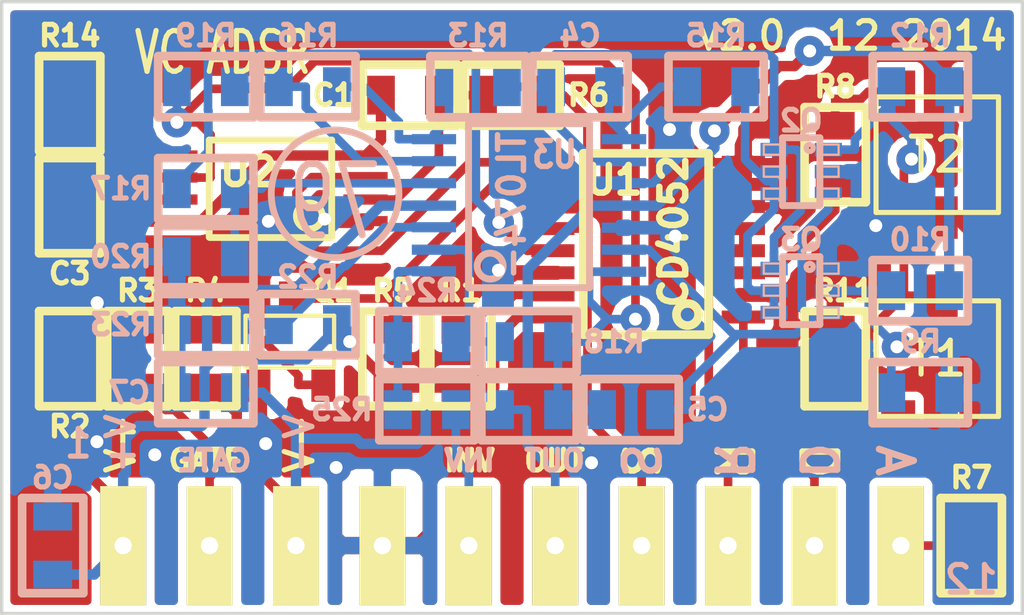
<source format=kicad_pcb>
(kicad_pcb (version 4) (host pcbnew "(2014-09-02 BZR 5112)-product")

  (general
    (links 97)
    (no_connects 0)
    (area 97.949999 75.821 128.050001 97.029)
    (thickness 1.6)
    (drawings 28)
    (tracks 421)
    (zones 0)
    (modules 40)
    (nets 34)
  )

  (page A3)
  (layers
    (0 F.Cu signal)
    (31 B.Cu signal)
    (32 B.Adhes user)
    (33 F.Adhes user)
    (34 B.Paste user)
    (35 F.Paste user)
    (36 B.SilkS user)
    (37 F.SilkS user)
    (38 B.Mask user)
    (39 F.Mask user)
    (40 Dwgs.User user)
    (41 Cmts.User user)
    (42 Eco1.User user)
    (43 Eco2.User user)
    (44 Edge.Cuts user)
  )

  (setup
    (last_trace_width 0.254)
    (trace_clearance 0.254)
    (zone_clearance 0.2032)
    (zone_45_only no)
    (trace_min 0.254)
    (segment_width 0.2)
    (edge_width 0.1)
    (via_size 0.889)
    (via_drill 0.381)
    (via_min_size 0.889)
    (via_min_drill 0.381)
    (uvia_size 0.508)
    (uvia_drill 0.127)
    (uvias_allowed no)
    (uvia_min_size 0.508)
    (uvia_min_drill 0.127)
    (pcb_text_width 0.3)
    (pcb_text_size 1.5 1.5)
    (mod_edge_width 0.15)
    (mod_text_size 1 1)
    (mod_text_width 0.15)
    (pad_size 1.5 1.5)
    (pad_drill 0.6)
    (pad_to_mask_clearance 0)
    (aux_axis_origin 0 0)
    (visible_elements 7FFED77F)
    (pcbplotparams
      (layerselection 0x010f0_80000001)
      (usegerberextensions true)
      (excludeedgelayer true)
      (linewidth 0.150000)
      (plotframeref false)
      (viasonmask false)
      (mode 1)
      (useauxorigin false)
      (hpglpennumber 1)
      (hpglpenspeed 20)
      (hpglpendiameter 15)
      (hpglpenoverlay 2)
      (psnegative false)
      (psa4output false)
      (plotreference true)
      (plotvalue false)
      (plotinvisibletext false)
      (padsonsilk false)
      (subtractmaskfromsilk true)
      (outputformat 1)
      (mirror false)
      (drillshape 0)
      (scaleselection 1)
      (outputdirectory Gerbers/))
  )

  (net 0 "")
  (net 1 +12V)
  (net 2 -12V)
  (net 3 ATTACK)
  (net 4 DECAY)
  (net 5 "ENV OUT")
  (net 6 GATE)
  (net 7 GND)
  (net 8 "INV OUT")
  (net 9 N-000001)
  (net 10 N-0000010)
  (net 11 N-0000012)
  (net 12 N-0000013)
  (net 13 N-0000014)
  (net 14 N-0000015)
  (net 15 N-0000016)
  (net 16 N-0000019)
  (net 17 N-0000020)
  (net 18 N-0000021)
  (net 19 N-0000022)
  (net 20 N-0000024)
  (net 21 N-0000025)
  (net 22 N-0000026)
  (net 23 N-0000029)
  (net 24 N-0000030)
  (net 25 N-0000031)
  (net 26 N-000004)
  (net 27 N-000005)
  (net 28 N-000006)
  (net 29 N-000007)
  (net 30 N-000008)
  (net 31 N-000009)
  (net 32 RELEASE)
  (net 33 SUSTAIN)

  (net_class Default "This is the default net class."
    (clearance 0.254)
    (trace_width 0.254)
    (via_dia 0.889)
    (via_drill 0.381)
    (uvia_dia 0.508)
    (uvia_drill 0.127)
    (add_net GND)
    (add_net "INV OUT")
    (add_net N-000001)
    (add_net N-0000010)
    (add_net N-0000012)
    (add_net N-0000013)
    (add_net N-0000014)
    (add_net N-0000015)
    (add_net N-0000016)
    (add_net N-0000019)
    (add_net N-0000020)
    (add_net N-0000021)
    (add_net N-0000022)
    (add_net N-0000024)
    (add_net N-0000025)
    (add_net N-0000026)
    (add_net N-0000029)
    (add_net N-0000030)
    (add_net N-0000031)
    (add_net N-000004)
    (add_net N-000005)
    (add_net N-000006)
    (add_net N-000007)
    (add_net N-000008)
    (add_net N-000009)
  )

  (net_class POWER ""
    (clearance 0.254)
    (trace_width 0.3048)
    (via_dia 0.889)
    (via_drill 0.381)
    (uvia_dia 0.508)
    (uvia_drill 0.127)
    (add_net +12V)
    (add_net -12V)
  )

  (net_class SIGNAL ""
    (clearance 0.254)
    (trace_width 0.254)
    (via_dia 0.889)
    (via_drill 0.381)
    (uvia_dia 0.508)
    (uvia_drill 0.127)
    (add_net ATTACK)
    (add_net DECAY)
    (add_net "ENV OUT")
    (add_net GATE)
    (add_net RELEASE)
    (add_net SUSTAIN)
  )

  (module TSSOP8-JRL (layer F.Cu) (tedit 54878268) (tstamp 52EC3E46)
    (at 106 82 90)
    (path /52EA6826)
    (attr smd)
    (fp_text reference U2 (at 0.5 -0.75 180) (layer F.SilkS)
      (effects (font (size 0.8128 0.8128) (thickness 0.1905)))
    )
    (fp_text value NE555 (at 0.65 -0.1 180) (layer F.SilkS) hide
      (effects (font (size 0.762 0.762) (thickness 0.16002)))
    )
    (fp_line (start -1.43 -1.9) (end 1.43 -1.9) (layer F.SilkS) (width 0.2))
    (fp_line (start 1.43 -1.9) (end 1.43 1.7) (layer F.SilkS) (width 0.2))
    (fp_line (start 1.43 1.7) (end -1.43 1.7) (layer F.SilkS) (width 0.2))
    (fp_line (start -1.438 1.678) (end -1.438 -1.878) (layer F.SilkS) (width 0.2))
    (fp_circle (center -0.803 1.043) (end -1.184 1.043) (layer F.SilkS) (width 0.2))
    (pad 1 smd rect (at -0.9554 2.694 90) (size 0.29972 1.30048) (layers F.Cu F.Paste F.Mask)
      (net 7 GND))
    (pad 2 smd rect (at -0.3204 2.694 90) (size 0.29972 1.30048) (layers F.Cu F.Paste F.Mask)
      (net 30 N-000008))
    (pad 3 smd rect (at 0.34 2.694 90) (size 0.29972 1.30048) (layers F.Cu F.Paste F.Mask)
      (net 27 N-000005))
    (pad 4 smd rect (at 0.975 2.694 90) (size 0.29972 1.30048) (layers F.Cu F.Paste F.Mask)
      (net 1 +12V))
    (pad 5 smd rect (at 0.975 -2.894 90) (size 0.29972 1.30048) (layers F.Cu F.Paste F.Mask)
      (net 29 N-000007))
    (pad 6 smd rect (at 0.3273 -2.894 90) (size 0.29972 1.30048) (layers F.Cu F.Paste F.Mask)
      (net 26 N-000004))
    (pad 7 smd rect (at -0.3204 -2.894 90) (size 0.29972 1.30048) (layers F.Cu F.Paste F.Mask))
    (pad 8 smd rect (at -0.9681 -2.894 90) (size 0.29972 1.30048) (layers F.Cu F.Paste F.Mask)
      (net 1 +12V))
    (model "E:/Documents/KiCad/MyLibs/MyModules/3D models/TSSOP08.wrl"
      (at (xyz 0 0 0))
      (scale (xyz 0.3968 0.3968 0.3968))
      (rotate (xyz 0 0 -180))
    )
  )

  (module TSSOP16 (layer F.Cu) (tedit 54875533) (tstamp 52EC3E5F)
    (at 117 83.5 90)
    (path /52E9DAA2)
    (attr smd)
    (fp_text reference U1 (at 1.75 -1 180) (layer F.SilkS)
      (effects (font (size 0.8128 0.8128) (thickness 0.1905)))
    )
    (fp_text value CD4052 (at 0.24892 0.7493 90) (layer F.SilkS)
      (effects (font (size 0.762 0.762) (thickness 0.1905)))
    )
    (fp_line (start -2.794 -1.905) (end 2.54 -1.905) (layer F.SilkS) (width 0.254))
    (fp_line (start 2.54 -1.905) (end 2.54 1.778) (layer F.SilkS) (width 0.254))
    (fp_line (start 2.54 1.778) (end -2.794 1.778) (layer F.SilkS) (width 0.254))
    (fp_line (start -2.794 1.778) (end -2.794 -1.905) (layer F.SilkS) (width 0.254))
    (fp_circle (center -2.20218 1.15824) (end -2.40538 1.41224) (layer F.SilkS) (width 0.254))
    (pad 1 smd rect (at -2.27584 2.79908 90) (size 0.381 1.27) (layers F.Cu F.Paste F.Mask)
      (net 4 DECAY))
    (pad 2 smd rect (at -1.6256 2.79908 90) (size 0.381 1.27) (layers F.Cu F.Paste F.Mask)
      (net 7 GND))
    (pad 3 smd rect (at -0.97536 2.79908 90) (size 0.381 1.27) (layers F.Cu F.Paste F.Mask)
      (net 22 N-0000026))
    (pad 4 smd rect (at -0.32512 2.79908 90) (size 0.381 1.27) (layers F.Cu F.Paste F.Mask)
      (net 32 RELEASE))
    (pad 5 smd rect (at 0.32512 2.79908 90) (size 0.381 1.27) (layers F.Cu F.Paste F.Mask)
      (net 32 RELEASE))
    (pad 6 smd rect (at 0.97536 2.79908 90) (size 0.381 1.27) (layers F.Cu F.Paste F.Mask)
      (net 7 GND))
    (pad 7 smd rect (at 1.6256 2.79908 90) (size 0.381 1.27) (layers F.Cu F.Paste F.Mask)
      (net 7 GND))
    (pad 8 smd rect (at 2.27584 2.79908 90) (size 0.381 1.27) (layers F.Cu F.Paste F.Mask)
      (net 7 GND))
    (pad 9 smd rect (at 2.27584 -2.79908 90) (size 0.381 1.27) (layers F.Cu F.Paste F.Mask)
      (net 27 N-000005))
    (pad 10 smd rect (at 1.6256 -2.79908 90) (size 0.381 1.27) (layers F.Cu F.Paste F.Mask)
      (net 28 N-000006))
    (pad 11 smd rect (at 0.97536 -2.79908 90) (size 0.381 1.27) (layers F.Cu F.Paste F.Mask)
      (net 7 GND))
    (pad 12 smd rect (at 0.32512 -2.79908 90) (size 0.381 1.27) (layers F.Cu F.Paste F.Mask)
      (net 33 SUSTAIN))
    (pad 13 smd rect (at -0.32512 -2.79908 90) (size 0.381 1.27) (layers F.Cu F.Paste F.Mask)
      (net 14 N-0000015))
    (pad 14 smd rect (at -0.97536 -2.79908 90) (size 0.381 1.27) (layers F.Cu F.Paste F.Mask)
      (net 7 GND))
    (pad 15 smd rect (at -1.6256 -2.79908 90) (size 0.381 1.27) (layers F.Cu F.Paste F.Mask)
      (net 31 N-000009))
    (pad 16 smd rect (at -2.27584 -2.79908 90) (size 0.381 1.27) (layers F.Cu F.Paste F.Mask)
      (net 1 +12V))
    (model smd\smd_dil\tssop-16.wrl
      (at (xyz 0 0 0))
      (scale (xyz 1 1 1))
      (rotate (xyz 0 0 0))
    )
  )

  (module TSSOP14 (layer B.Cu) (tedit 54878159) (tstamp 52EC3E76)
    (at 113.5 82.5 90)
    (path /52E9CC88)
    (attr smd)
    (fp_text reference U3 (at 1.5 0.75 360) (layer B.SilkS)
      (effects (font (size 0.762 0.635) (thickness 0.16002)) (justify mirror))
    )
    (fp_text value TL074- (at 0 -0.508 90) (layer B.SilkS)
      (effects (font (size 0.762 0.762) (thickness 0.16002)) (justify mirror))
    )
    (fp_line (start -2.413 1.778) (end 2.413 1.778) (layer B.SilkS) (width 0.2032))
    (fp_line (start 2.413 1.778) (end 2.413 -1.778) (layer B.SilkS) (width 0.2032))
    (fp_line (start 2.413 -1.778) (end -2.413 -1.778) (layer B.SilkS) (width 0.2032))
    (fp_line (start -2.413 -1.778) (end -2.413 1.778) (layer B.SilkS) (width 0.2032))
    (fp_circle (center -1.778 -1.143) (end -2.159 -1.143) (layer B.SilkS) (width 0.2032))
    (pad 1 smd rect (at -1.9304 -2.794 90) (size 0.29972 1.30048) (layers B.Cu B.Paste B.Mask)
      (net 19 N-0000022))
    (pad 2 smd rect (at -1.2954 -2.794 90) (size 0.29972 1.30048) (layers B.Cu B.Paste B.Mask)
      (net 16 N-0000019))
    (pad 3 smd rect (at -0.635 -2.794 90) (size 0.29972 1.30048) (layers B.Cu B.Paste B.Mask)
      (net 10 N-0000010))
    (pad 4 smd rect (at 0 -2.794 90) (size 0.29972 1.30048) (layers B.Cu B.Paste B.Mask)
      (net 1 +12V))
    (pad 5 smd rect (at 0.6604 -2.794 90) (size 0.29972 1.30048) (layers B.Cu B.Paste B.Mask)
      (net 11 N-0000012))
    (pad 6 smd rect (at 1.3081 -2.794 90) (size 0.29972 1.30048) (layers B.Cu B.Paste B.Mask)
      (net 15 N-0000016))
    (pad 7 smd rect (at 1.9558 -2.794 90) (size 0.29972 1.30048) (layers B.Cu B.Paste B.Mask)
      (net 13 N-0000014))
    (pad 8 smd rect (at 1.9558 2.794 90) (size 0.29972 1.30048) (layers B.Cu B.Paste B.Mask)
      (net 12 N-0000013))
    (pad 9 smd rect (at 1.3081 2.794 90) (size 0.29972 1.30048) (layers B.Cu B.Paste B.Mask)
      (net 25 N-0000031))
    (pad 10 smd rect (at 0.6604 2.794 90) (size 0.29972 1.30048) (layers B.Cu B.Paste B.Mask)
      (net 7 GND))
    (pad 11 smd rect (at 0 2.794 90) (size 0.29972 1.30048) (layers B.Cu B.Paste B.Mask)
      (net 2 -12V))
    (pad 12 smd rect (at -0.6477 2.794 90) (size 0.29972 1.30048) (layers B.Cu B.Paste B.Mask)
      (net 7 GND))
    (pad 13 smd rect (at -1.2954 2.794 90) (size 0.29972 1.30048) (layers B.Cu B.Paste B.Mask)
      (net 20 N-0000024))
    (pad 14 smd rect (at -1.9431 2.794 90) (size 0.29972 1.30048) (layers B.Cu B.Paste B.Mask)
      (net 26 N-000004))
    (model smd\smd_dil\tssop-14.wrl
      (at (xyz 0 0 0))
      (scale (xyz 1 1 1))
      (rotate (xyz 0 0 0))
    )
  )

  (module SOT363-JRL (layer B.Cu) (tedit 548781B8) (tstamp 52EFBA56)
    (at 121.5 85 270)
    (descr "SMALL OUTLINE TRANSISTOR; 6 LEADS")
    (tags "SMALL OUTLINE TRANSISTOR; 6 LEADS")
    (path /52EA83F8)
    (attr smd)
    (fp_text reference Q3 (at -1.5 0 360) (layer B.SilkS)
      (effects (font (size 0.6096 0.6096) (thickness 0.1524)) (justify mirror))
    )
    (fp_text value DMMT3906 (at 1.016 -2.286 270) (layer B.SilkS) hide
      (effects (font (size 0.8128 0.8128) (thickness 0.1524)) (justify mirror))
    )
    (fp_line (start -0.79756 -1.09982) (end -0.49784 -1.09982) (layer B.SilkS) (width 0.06604))
    (fp_line (start -0.49784 -1.09982) (end -0.49784 -0.59944) (layer B.SilkS) (width 0.06604))
    (fp_line (start -0.79756 -0.59944) (end -0.49784 -0.59944) (layer B.SilkS) (width 0.06604))
    (fp_line (start -0.79756 -1.09982) (end -0.79756 -0.59944) (layer B.SilkS) (width 0.06604))
    (fp_line (start -0.14986 -1.09982) (end 0.14986 -1.09982) (layer B.SilkS) (width 0.06604))
    (fp_line (start 0.14986 -1.09982) (end 0.14986 -0.59944) (layer B.SilkS) (width 0.06604))
    (fp_line (start -0.14986 -0.59944) (end 0.14986 -0.59944) (layer B.SilkS) (width 0.06604))
    (fp_line (start -0.14986 -1.09982) (end -0.14986 -0.59944) (layer B.SilkS) (width 0.06604))
    (fp_line (start 0.49784 -1.09982) (end 0.79756 -1.09982) (layer B.SilkS) (width 0.06604))
    (fp_line (start 0.79756 -1.09982) (end 0.79756 -0.59944) (layer B.SilkS) (width 0.06604))
    (fp_line (start 0.49784 -0.59944) (end 0.79756 -0.59944) (layer B.SilkS) (width 0.06604))
    (fp_line (start 0.49784 -1.09982) (end 0.49784 -0.59944) (layer B.SilkS) (width 0.06604))
    (fp_line (start 0.49784 0.59944) (end 0.79756 0.59944) (layer B.SilkS) (width 0.06604))
    (fp_line (start 0.79756 0.59944) (end 0.79756 1.09982) (layer B.SilkS) (width 0.06604))
    (fp_line (start 0.49784 1.09982) (end 0.79756 1.09982) (layer B.SilkS) (width 0.06604))
    (fp_line (start 0.49784 0.59944) (end 0.49784 1.09982) (layer B.SilkS) (width 0.06604))
    (fp_line (start -0.14986 0.59944) (end 0.14986 0.59944) (layer B.SilkS) (width 0.06604))
    (fp_line (start 0.14986 0.59944) (end 0.14986 1.09982) (layer B.SilkS) (width 0.06604))
    (fp_line (start -0.14986 1.09982) (end 0.14986 1.09982) (layer B.SilkS) (width 0.06604))
    (fp_line (start -0.14986 0.59944) (end -0.14986 1.09982) (layer B.SilkS) (width 0.06604))
    (fp_line (start -0.79756 0.59944) (end -0.49784 0.59944) (layer B.SilkS) (width 0.06604))
    (fp_line (start -0.49784 0.59944) (end -0.49784 1.09982) (layer B.SilkS) (width 0.06604))
    (fp_line (start -0.79756 1.09982) (end -0.49784 1.09982) (layer B.SilkS) (width 0.06604))
    (fp_line (start -0.79756 0.59944) (end -0.79756 1.09982) (layer B.SilkS) (width 0.06604))
    (fp_line (start -0.99822 0.54864) (end 0.99822 0.54864) (layer B.SilkS) (width 0.2032))
    (fp_line (start 0.99822 0.54864) (end 0.99822 -0.54864) (layer B.SilkS) (width 0.2032))
    (fp_line (start 0.99822 -0.54864) (end -0.99822 -0.54864) (layer B.SilkS) (width 0.2032))
    (fp_line (start -0.99822 -0.54864) (end -0.99822 0.54864) (layer B.SilkS) (width 0.2032))
    (fp_circle (center -0.6985 -0.24892) (end -0.77216 -0.32258) (layer B.SilkS) (width 0.1524))
    (pad 1 smd rect (at -0.6477 -0.79756 270) (size 0.39878 0.79756) (layers B.Cu B.Paste B.Mask)
      (net 7 GND))
    (pad 2 smd rect (at 0 -0.79756 270) (size 0.39878 0.79756) (layers B.Cu B.Paste B.Mask)
      (net 23 N-0000029))
    (pad 3 smd rect (at 0.6477 -0.79756 270) (size 0.39878 0.79756) (layers B.Cu B.Paste B.Mask)
      (net 20 N-0000024))
    (pad 4 smd rect (at 0.6477 0.79756 270) (size 0.39878 0.79756) (layers B.Cu B.Paste B.Mask)
      (net 21 N-0000025))
    (pad 5 smd rect (at 0 0.79756 270) (size 0.39878 0.79756) (layers B.Cu B.Paste B.Mask)
      (net 21 N-0000025))
    (pad 6 smd rect (at -0.6477 0.79756 270) (size 0.39878 0.79756) (layers B.Cu B.Paste B.Mask)
      (net 25 N-0000031))
    (model "E:/Documents/KiCad/MyLibs/MyModules/3D models/SOT363.wrl"
      (at (xyz 0 0 0))
      (scale (xyz 0.3968 0.3968 0.3968))
      (rotate (xyz 0 0 -90))
    )
  )

  (module SOT363-JRL (layer B.Cu) (tedit 548781B2) (tstamp 52EFBA7E)
    (at 121.5 81.5 270)
    (descr "SMALL OUTLINE TRANSISTOR; 6 LEADS")
    (tags "SMALL OUTLINE TRANSISTOR; 6 LEADS")
    (path /52EA83E9)
    (attr smd)
    (fp_text reference Q2 (at -1.5 0 360) (layer B.SilkS)
      (effects (font (size 0.6096 0.6096) (thickness 0.1524)) (justify mirror))
    )
    (fp_text value DMMT3904 (at 1.016 -2.286 270) (layer B.SilkS) hide
      (effects (font (size 0.8128 0.8128) (thickness 0.1524)) (justify mirror))
    )
    (fp_line (start -0.79756 -1.09982) (end -0.49784 -1.09982) (layer B.SilkS) (width 0.06604))
    (fp_line (start -0.49784 -1.09982) (end -0.49784 -0.59944) (layer B.SilkS) (width 0.06604))
    (fp_line (start -0.79756 -0.59944) (end -0.49784 -0.59944) (layer B.SilkS) (width 0.06604))
    (fp_line (start -0.79756 -1.09982) (end -0.79756 -0.59944) (layer B.SilkS) (width 0.06604))
    (fp_line (start -0.14986 -1.09982) (end 0.14986 -1.09982) (layer B.SilkS) (width 0.06604))
    (fp_line (start 0.14986 -1.09982) (end 0.14986 -0.59944) (layer B.SilkS) (width 0.06604))
    (fp_line (start -0.14986 -0.59944) (end 0.14986 -0.59944) (layer B.SilkS) (width 0.06604))
    (fp_line (start -0.14986 -1.09982) (end -0.14986 -0.59944) (layer B.SilkS) (width 0.06604))
    (fp_line (start 0.49784 -1.09982) (end 0.79756 -1.09982) (layer B.SilkS) (width 0.06604))
    (fp_line (start 0.79756 -1.09982) (end 0.79756 -0.59944) (layer B.SilkS) (width 0.06604))
    (fp_line (start 0.49784 -0.59944) (end 0.79756 -0.59944) (layer B.SilkS) (width 0.06604))
    (fp_line (start 0.49784 -1.09982) (end 0.49784 -0.59944) (layer B.SilkS) (width 0.06604))
    (fp_line (start 0.49784 0.59944) (end 0.79756 0.59944) (layer B.SilkS) (width 0.06604))
    (fp_line (start 0.79756 0.59944) (end 0.79756 1.09982) (layer B.SilkS) (width 0.06604))
    (fp_line (start 0.49784 1.09982) (end 0.79756 1.09982) (layer B.SilkS) (width 0.06604))
    (fp_line (start 0.49784 0.59944) (end 0.49784 1.09982) (layer B.SilkS) (width 0.06604))
    (fp_line (start -0.14986 0.59944) (end 0.14986 0.59944) (layer B.SilkS) (width 0.06604))
    (fp_line (start 0.14986 0.59944) (end 0.14986 1.09982) (layer B.SilkS) (width 0.06604))
    (fp_line (start -0.14986 1.09982) (end 0.14986 1.09982) (layer B.SilkS) (width 0.06604))
    (fp_line (start -0.14986 0.59944) (end -0.14986 1.09982) (layer B.SilkS) (width 0.06604))
    (fp_line (start -0.79756 0.59944) (end -0.49784 0.59944) (layer B.SilkS) (width 0.06604))
    (fp_line (start -0.49784 0.59944) (end -0.49784 1.09982) (layer B.SilkS) (width 0.06604))
    (fp_line (start -0.79756 1.09982) (end -0.49784 1.09982) (layer B.SilkS) (width 0.06604))
    (fp_line (start -0.79756 0.59944) (end -0.79756 1.09982) (layer B.SilkS) (width 0.06604))
    (fp_line (start -0.99822 0.54864) (end 0.99822 0.54864) (layer B.SilkS) (width 0.2032))
    (fp_line (start 0.99822 0.54864) (end 0.99822 -0.54864) (layer B.SilkS) (width 0.2032))
    (fp_line (start 0.99822 -0.54864) (end -0.99822 -0.54864) (layer B.SilkS) (width 0.2032))
    (fp_line (start -0.99822 -0.54864) (end -0.99822 0.54864) (layer B.SilkS) (width 0.2032))
    (fp_circle (center -0.6985 -0.24892) (end -0.77216 -0.32258) (layer B.SilkS) (width 0.1524))
    (pad 1 smd rect (at -0.6477 -0.79756 270) (size 0.39878 0.79756) (layers B.Cu B.Paste B.Mask)
      (net 24 N-0000030))
    (pad 2 smd rect (at 0 -0.79756 270) (size 0.39878 0.79756) (layers B.Cu B.Paste B.Mask)
      (net 7 GND))
    (pad 3 smd rect (at 0.6477 -0.79756 270) (size 0.39878 0.79756) (layers B.Cu B.Paste B.Mask)
      (net 20 N-0000024))
    (pad 4 smd rect (at 0.6477 0.79756 270) (size 0.39878 0.79756) (layers B.Cu B.Paste B.Mask)
      (net 21 N-0000025))
    (pad 5 smd rect (at 0 0.79756 270) (size 0.39878 0.79756) (layers B.Cu B.Paste B.Mask)
      (net 21 N-0000025))
    (pad 6 smd rect (at -0.6477 0.79756 270) (size 0.39878 0.79756) (layers B.Cu B.Paste B.Mask)
      (net 25 N-0000031))
    (model "E:/Documents/KiCad/MyLibs/MyModules/3D models/SOT363.wrl"
      (at (xyz 0 0 0))
      (scale (xyz 0.3968 0.3968 0.3968))
      (rotate (xyz 0 0 -90))
    )
  )

  (module SM0603-JRL (layer B.Cu) (tedit 54878124) (tstamp 52EC3ED9)
    (at 125 88 180)
    (path /52EA8356)
    (attr smd)
    (fp_text reference R9 (at 0 1.5 360) (layer B.SilkS)
      (effects (font (size 0.6096 0.6096) (thickness 0.1524)) (justify mirror))
    )
    (fp_text value 2.2K (at 0 0 180) (layer B.SilkS) hide
      (effects (font (size 0.508 0.4572) (thickness 0.1143)) (justify mirror))
    )
    (fp_line (start -1.4 -0.9) (end 1.4 -0.9) (layer B.SilkS) (width 0.254))
    (fp_line (start 1.4 -0.9) (end 1.4 0.9) (layer B.SilkS) (width 0.254))
    (fp_line (start 1.4 0.9) (end -1.4 0.9) (layer B.SilkS) (width 0.254))
    (fp_line (start -1.4 0.9) (end -1.4 -0.9) (layer B.SilkS) (width 0.254))
    (pad 1 smd rect (at -0.8509 0 180) (size 0.8128 1.143) (layers B.Cu B.Paste B.Mask)
      (net 7 GND))
    (pad 2 smd rect (at 0.8509 0 180) (size 0.8128 1.143) (layers B.Cu B.Paste B.Mask)
      (net 23 N-0000029))
    (model smd\resistors\R0603.wrl
      (at (xyz 0 0 0.001))
      (scale (xyz 0.5 0.5 0.5))
      (rotate (xyz 0 0 0))
    )
  )

  (module SM0603-JRL (layer F.Cu) (tedit 54875549) (tstamp 52EF286C)
    (at 104 87 270)
    (path /52EA68F7)
    (attr smd)
    (fp_text reference R4 (at -2 0 360) (layer F.SilkS)
      (effects (font (size 0.6096 0.6096) (thickness 0.1524)))
    )
    (fp_text value 330K (at 0 0 270) (layer F.SilkS) hide
      (effects (font (size 0.508 0.4572) (thickness 0.1143)))
    )
    (fp_line (start -1.4 0.9) (end 1.4 0.9) (layer F.SilkS) (width 0.254))
    (fp_line (start 1.4 0.9) (end 1.4 -0.9) (layer F.SilkS) (width 0.254))
    (fp_line (start 1.4 -0.9) (end -1.4 -0.9) (layer F.SilkS) (width 0.254))
    (fp_line (start -1.4 -0.9) (end -1.4 0.9) (layer F.SilkS) (width 0.254))
    (pad 1 smd rect (at -0.8509 0 270) (size 0.8128 1.143) (layers F.Cu F.Paste F.Mask)
      (net 9 N-000001))
    (pad 2 smd rect (at 0.8509 0 270) (size 0.8128 1.143) (layers F.Cu F.Paste F.Mask)
      (net 2 -12V))
    (model smd\resistors\R0603.wrl
      (at (xyz 0 0 0.001))
      (scale (xyz 0.5 0.5 0.5))
      (rotate (xyz 0 0 0))
    )
  )

  (module SM0603-JRL (layer F.Cu) (tedit 54875516) (tstamp 52EC3EED)
    (at 113 79.25 180)
    (path /52EA6BA1)
    (attr smd)
    (fp_text reference C1 (at 5.25 0 360) (layer F.SilkS)
      (effects (font (size 0.6096 0.6096) (thickness 0.1524)))
    )
    (fp_text value 100n (at 0 0 180) (layer F.SilkS) hide
      (effects (font (size 0.508 0.4572) (thickness 0.1143)))
    )
    (fp_line (start -1.4 0.9) (end 1.4 0.9) (layer F.SilkS) (width 0.254))
    (fp_line (start 1.4 0.9) (end 1.4 -0.9) (layer F.SilkS) (width 0.254))
    (fp_line (start 1.4 -0.9) (end -1.4 -0.9) (layer F.SilkS) (width 0.254))
    (fp_line (start -1.4 -0.9) (end -1.4 0.9) (layer F.SilkS) (width 0.254))
    (pad 1 smd rect (at -0.8509 0 180) (size 0.8128 1.143) (layers F.Cu F.Paste F.Mask)
      (net 28 N-000006))
    (pad 2 smd rect (at 0.8509 0 180) (size 0.8128 1.143) (layers F.Cu F.Paste F.Mask)
      (net 30 N-000008))
    (model smd\resistors\R0603.wrl
      (at (xyz 0 0 0.001))
      (scale (xyz 0.5 0.5 0.5))
      (rotate (xyz 0 0 0))
    )
  )

  (module SM0603-JRL (layer F.Cu) (tedit 54875519) (tstamp 52EC3EF7)
    (at 110 79.25)
    (path /52EA6BBB)
    (attr smd)
    (fp_text reference R6 (at 5.25 0 180) (layer F.SilkS)
      (effects (font (size 0.6096 0.6096) (thickness 0.1524)))
    )
    (fp_text value 10K (at 0 0) (layer F.SilkS) hide
      (effects (font (size 0.508 0.4572) (thickness 0.1143)))
    )
    (fp_line (start -1.4 0.9) (end 1.4 0.9) (layer F.SilkS) (width 0.254))
    (fp_line (start 1.4 0.9) (end 1.4 -0.9) (layer F.SilkS) (width 0.254))
    (fp_line (start 1.4 -0.9) (end -1.4 -0.9) (layer F.SilkS) (width 0.254))
    (fp_line (start -1.4 -0.9) (end -1.4 0.9) (layer F.SilkS) (width 0.254))
    (pad 1 smd rect (at -0.8509 0) (size 0.8128 1.143) (layers F.Cu F.Paste F.Mask)
      (net 1 +12V))
    (pad 2 smd rect (at 0.8509 0) (size 0.8128 1.143) (layers F.Cu F.Paste F.Mask)
      (net 30 N-000008))
    (model smd\resistors\R0603.wrl
      (at (xyz 0 0 0.001))
      (scale (xyz 0.5 0.5 0.5))
      (rotate (xyz 0 0 0))
    )
  )

  (module SM0603-JRL (layer F.Cu) (tedit 52F02B5A) (tstamp 52EC3F0B)
    (at 100 79.5 270)
    (path /548528E0)
    (attr smd)
    (fp_text reference R14 (at -2 0 540) (layer F.SilkS)
      (effects (font (size 0.6096 0.6096) (thickness 0.1524)))
    )
    (fp_text value 3.3K** (at 0 0 270) (layer F.SilkS) hide
      (effects (font (size 0.508 0.4572) (thickness 0.1143)))
    )
    (fp_line (start -1.4 0.9) (end 1.4 0.9) (layer F.SilkS) (width 0.254))
    (fp_line (start 1.4 0.9) (end 1.4 -0.9) (layer F.SilkS) (width 0.254))
    (fp_line (start 1.4 -0.9) (end -1.4 -0.9) (layer F.SilkS) (width 0.254))
    (fp_line (start -1.4 -0.9) (end -1.4 0.9) (layer F.SilkS) (width 0.254))
    (pad 1 smd rect (at -0.8509 0 270) (size 0.8128 1.143) (layers F.Cu F.Paste F.Mask)
      (net 29 N-000007))
    (pad 2 smd rect (at 0.8509 0 270) (size 0.8128 1.143) (layers F.Cu F.Paste F.Mask)
      (net 1 +12V))
    (model smd\resistors\R0603.wrl
      (at (xyz 0 0 0.001))
      (scale (xyz 0.5 0.5 0.5))
      (rotate (xyz 0 0 0))
    )
  )

  (module SM0603-JRL (layer B.Cu) (tedit 5487814C) (tstamp 54866960)
    (at 113.5 86.5 180)
    (path /5485F689)
    (attr smd)
    (fp_text reference R18 (at -2.5 0 360) (layer B.SilkS)
      (effects (font (size 0.6096 0.6096) (thickness 0.1524)) (justify mirror))
    )
    (fp_text value 100K (at 0 0 180) (layer B.SilkS) hide
      (effects (font (size 0.508 0.4572) (thickness 0.1143)) (justify mirror))
    )
    (fp_line (start -1.4 -0.9) (end 1.4 -0.9) (layer B.SilkS) (width 0.254))
    (fp_line (start 1.4 -0.9) (end 1.4 0.9) (layer B.SilkS) (width 0.254))
    (fp_line (start 1.4 0.9) (end -1.4 0.9) (layer B.SilkS) (width 0.254))
    (fp_line (start -1.4 0.9) (end -1.4 -0.9) (layer B.SilkS) (width 0.254))
    (pad 1 smd rect (at -0.8509 0 180) (size 0.8128 1.143) (layers B.Cu B.Paste B.Mask)
      (net 26 N-000004))
    (pad 2 smd rect (at 0.8509 0 180) (size 0.8128 1.143) (layers B.Cu B.Paste B.Mask)
      (net 16 N-0000019))
    (model smd\resistors\R0603.wrl
      (at (xyz 0 0 0.001))
      (scale (xyz 0.5 0.5 0.5))
      (rotate (xyz 0 0 0))
    )
  )

  (module SM0603-JRL (layer F.Cu) (tedit 548754ED) (tstamp 54878320)
    (at 100 82.5 270)
    (path /52EC40BB)
    (attr smd)
    (fp_text reference C3 (at 2 0 360) (layer F.SilkS)
      (effects (font (size 0.6096 0.6096) (thickness 0.1524)))
    )
    (fp_text value 100n (at 0 0 270) (layer F.SilkS) hide
      (effects (font (size 0.508 0.4572) (thickness 0.1143)))
    )
    (fp_line (start -1.4 0.9) (end 1.4 0.9) (layer F.SilkS) (width 0.254))
    (fp_line (start 1.4 0.9) (end 1.4 -0.9) (layer F.SilkS) (width 0.254))
    (fp_line (start 1.4 -0.9) (end -1.4 -0.9) (layer F.SilkS) (width 0.254))
    (fp_line (start -1.4 -0.9) (end -1.4 0.9) (layer F.SilkS) (width 0.254))
    (pad 1 smd rect (at -0.8509 0 270) (size 0.8128 1.143) (layers F.Cu F.Paste F.Mask)
      (net 1 +12V))
    (pad 2 smd rect (at 0.8509 0 270) (size 0.8128 1.143) (layers F.Cu F.Paste F.Mask)
      (net 7 GND))
    (model smd\resistors\R0603.wrl
      (at (xyz 0 0 0.001))
      (scale (xyz 0.5 0.5 0.5))
      (rotate (xyz 0 0 0))
    )
  )

  (module SM0603-JRL (layer B.Cu) (tedit 54878122) (tstamp 54866981)
    (at 125 85 180)
    (path /52EA835C)
    (attr smd)
    (fp_text reference R10 (at 0 1.5 360) (layer B.SilkS)
      (effects (font (size 0.6096 0.6096) (thickness 0.1524)) (justify mirror))
    )
    (fp_text value 270K (at 0 0 180) (layer B.SilkS) hide
      (effects (font (size 0.508 0.4572) (thickness 0.1143)) (justify mirror))
    )
    (fp_line (start -1.4 -0.9) (end 1.4 -0.9) (layer B.SilkS) (width 0.254))
    (fp_line (start 1.4 -0.9) (end 1.4 0.9) (layer B.SilkS) (width 0.254))
    (fp_line (start 1.4 0.9) (end -1.4 0.9) (layer B.SilkS) (width 0.254))
    (fp_line (start -1.4 0.9) (end -1.4 -0.9) (layer B.SilkS) (width 0.254))
    (pad 1 smd rect (at -0.8509 0 180) (size 0.8128 1.143) (layers B.Cu B.Paste B.Mask)
      (net 2 -12V))
    (pad 2 smd rect (at 0.8509 0 180) (size 0.8128 1.143) (layers B.Cu B.Paste B.Mask)
      (net 23 N-0000029))
    (model smd\resistors\R0603.wrl
      (at (xyz 0 0 0.001))
      (scale (xyz 0.5 0.5 0.5))
      (rotate (xyz 0 0 0))
    )
  )

  (module SM0603-JRL (layer F.Cu) (tedit 52F02B32) (tstamp 52EC3F33)
    (at 126.5 92.5 90)
    (path /52EA8929)
    (attr smd)
    (fp_text reference R7 (at 2 0 360) (layer F.SilkS)
      (effects (font (size 0.6096 0.6096) (thickness 0.1524)))
    )
    (fp_text value 82K* (at 0 0 90) (layer F.SilkS) hide
      (effects (font (size 0.508 0.4572) (thickness 0.1143)))
    )
    (fp_line (start -1.4 0.9) (end 1.4 0.9) (layer F.SilkS) (width 0.254))
    (fp_line (start 1.4 0.9) (end 1.4 -0.9) (layer F.SilkS) (width 0.254))
    (fp_line (start 1.4 -0.9) (end -1.4 -0.9) (layer F.SilkS) (width 0.254))
    (fp_line (start -1.4 -0.9) (end -1.4 0.9) (layer F.SilkS) (width 0.254))
    (pad 1 smd rect (at -0.8509 0 90) (size 0.8128 1.143) (layers F.Cu F.Paste F.Mask)
      (net 3 ATTACK))
    (pad 2 smd rect (at 0.8509 0 90) (size 0.8128 1.143) (layers F.Cu F.Paste F.Mask)
      (net 18 N-0000021))
    (model smd\resistors\R0603.wrl
      (at (xyz 0 0 0.001))
      (scale (xyz 0.5 0.5 0.5))
      (rotate (xyz 0 0 0))
    )
  )

  (module SM0603-JRL (layer F.Cu) (tedit 54875557) (tstamp 52EF282A)
    (at 122.5 87 270)
    (path /52EA893B)
    (attr smd)
    (fp_text reference R11 (at -2 -0.25 540) (layer F.SilkS)
      (effects (font (size 0.6096 0.6096) (thickness 0.1524)))
    )
    (fp_text value 2.2K (at 0 0 270) (layer F.SilkS) hide
      (effects (font (size 0.508 0.4572) (thickness 0.1143)))
    )
    (fp_line (start -1.4 0.9) (end 1.4 0.9) (layer F.SilkS) (width 0.254))
    (fp_line (start 1.4 0.9) (end 1.4 -0.9) (layer F.SilkS) (width 0.254))
    (fp_line (start 1.4 -0.9) (end -1.4 -0.9) (layer F.SilkS) (width 0.254))
    (fp_line (start -1.4 -0.9) (end -1.4 0.9) (layer F.SilkS) (width 0.254))
    (pad 1 smd rect (at -0.8509 0 270) (size 0.8128 1.143) (layers F.Cu F.Paste F.Mask)
      (net 7 GND))
    (pad 2 smd rect (at 0.8509 0 270) (size 0.8128 1.143) (layers F.Cu F.Paste F.Mask)
      (net 24 N-0000030))
    (model smd\resistors\R0603.wrl
      (at (xyz 0 0 0.001))
      (scale (xyz 0.5 0.5 0.5))
      (rotate (xyz 0 0 0))
    )
  )

  (module SM0603-JRL (layer B.Cu) (tedit 5487811D) (tstamp 52EF281F)
    (at 125 79 180)
    (path /52EA8941)
    (attr smd)
    (fp_text reference R12 (at 0 1.5 360) (layer B.SilkS)
      (effects (font (size 0.6096 0.6096) (thickness 0.1524)) (justify mirror))
    )
    (fp_text value 270K (at 0 0 180) (layer B.SilkS) hide
      (effects (font (size 0.508 0.4572) (thickness 0.1143)) (justify mirror))
    )
    (fp_line (start -1.4 -0.9) (end 1.4 -0.9) (layer B.SilkS) (width 0.254))
    (fp_line (start 1.4 -0.9) (end 1.4 0.9) (layer B.SilkS) (width 0.254))
    (fp_line (start 1.4 0.9) (end -1.4 0.9) (layer B.SilkS) (width 0.254))
    (fp_line (start -1.4 0.9) (end -1.4 -0.9) (layer B.SilkS) (width 0.254))
    (pad 1 smd rect (at -0.8509 0 180) (size 0.8128 1.143) (layers B.Cu B.Paste B.Mask)
      (net 2 -12V))
    (pad 2 smd rect (at 0.8509 0 180) (size 0.8128 1.143) (layers B.Cu B.Paste B.Mask)
      (net 24 N-0000030))
    (model smd\resistors\R0603.wrl
      (at (xyz 0 0 0.001))
      (scale (xyz 0.5 0.5 0.5))
      (rotate (xyz 0 0 0))
    )
  )

  (module SM0603-JRL (layer F.Cu) (tedit 548754F3) (tstamp 52ED3764)
    (at 100 87 90)
    (path /52EA68F1)
    (attr smd)
    (fp_text reference R2 (at -2 0 180) (layer F.SilkS)
      (effects (font (size 0.6096 0.6096) (thickness 0.1524)))
    )
    (fp_text value 100K (at 0 0 90) (layer F.SilkS) hide
      (effects (font (size 0.508 0.4572) (thickness 0.1143)))
    )
    (fp_line (start -1.4 0.9) (end 1.4 0.9) (layer F.SilkS) (width 0.254))
    (fp_line (start 1.4 0.9) (end 1.4 -0.9) (layer F.SilkS) (width 0.254))
    (fp_line (start 1.4 -0.9) (end -1.4 -0.9) (layer F.SilkS) (width 0.254))
    (fp_line (start -1.4 -0.9) (end -1.4 0.9) (layer F.SilkS) (width 0.254))
    (pad 1 smd rect (at -0.8509 0 90) (size 0.8128 1.143) (layers F.Cu F.Paste F.Mask)
      (net 6 GATE))
    (pad 2 smd rect (at 0.8509 0 90) (size 0.8128 1.143) (layers F.Cu F.Paste F.Mask)
      (net 7 GND))
    (model smd\resistors\R0603.wrl
      (at (xyz 0 0 0.001))
      (scale (xyz 0.5 0.5 0.5))
      (rotate (xyz 0 0 0))
    )
  )

  (module SM0603-JRL (layer F.Cu) (tedit 5487554C) (tstamp 52EC3F5B)
    (at 102 87 270)
    (path /52EA6853)
    (attr smd)
    (fp_text reference R3 (at -2 0 360) (layer F.SilkS)
      (effects (font (size 0.6096 0.6096) (thickness 0.1524)))
    )
    (fp_text value 33K (at 0 0 270) (layer F.SilkS) hide
      (effects (font (size 0.508 0.4572) (thickness 0.1143)))
    )
    (fp_line (start -1.4 0.9) (end 1.4 0.9) (layer F.SilkS) (width 0.254))
    (fp_line (start 1.4 0.9) (end 1.4 -0.9) (layer F.SilkS) (width 0.254))
    (fp_line (start 1.4 -0.9) (end -1.4 -0.9) (layer F.SilkS) (width 0.254))
    (fp_line (start -1.4 -0.9) (end -1.4 0.9) (layer F.SilkS) (width 0.254))
    (pad 1 smd rect (at -0.8509 0 270) (size 0.8128 1.143) (layers F.Cu F.Paste F.Mask)
      (net 9 N-000001))
    (pad 2 smd rect (at 0.8509 0 270) (size 0.8128 1.143) (layers F.Cu F.Paste F.Mask)
      (net 6 GATE))
    (model smd\resistors\R0603.wrl
      (at (xyz 0 0 0.001))
      (scale (xyz 0.5 0.5 0.5))
      (rotate (xyz 0 0 0))
    )
  )

  (module SM0603-JRL (layer F.Cu) (tedit 54875544) (tstamp 52EC3F65)
    (at 109.5 87 270)
    (path /52EA6840)
    (attr smd)
    (fp_text reference R5 (at -2 0 360) (layer F.SilkS)
      (effects (font (size 0.6096 0.6096) (thickness 0.1524)))
    )
    (fp_text value 22K (at 0 0 270) (layer F.SilkS) hide
      (effects (font (size 0.508 0.4572) (thickness 0.1143)))
    )
    (fp_line (start -1.4 0.9) (end 1.4 0.9) (layer F.SilkS) (width 0.254))
    (fp_line (start 1.4 0.9) (end 1.4 -0.9) (layer F.SilkS) (width 0.254))
    (fp_line (start 1.4 -0.9) (end -1.4 -0.9) (layer F.SilkS) (width 0.254))
    (fp_line (start -1.4 -0.9) (end -1.4 0.9) (layer F.SilkS) (width 0.254))
    (pad 1 smd rect (at -0.8509 0 270) (size 0.8128 1.143) (layers F.Cu F.Paste F.Mask)
      (net 28 N-000006))
    (pad 2 smd rect (at 0.8509 0 270) (size 0.8128 1.143) (layers F.Cu F.Paste F.Mask)
      (net 1 +12V))
    (model smd\resistors\R0603.wrl
      (at (xyz 0 0 0.001))
      (scale (xyz 0.5 0.5 0.5))
      (rotate (xyz 0 0 0))
    )
  )

  (module SM0603-JRL (layer B.Cu) (tedit 54878CEA) (tstamp 5486694A)
    (at 113.5 88.5 180)
    (path /52E9E466)
    (attr smd)
    (fp_text reference R21 (at 0 0 180) (layer B.SilkS) hide
      (effects (font (size 0.6096 0.6096) (thickness 0.1524)) (justify mirror))
    )
    (fp_text value 1K (at 0 0 180) (layer B.SilkS) hide
      (effects (font (size 0.508 0.4572) (thickness 0.1143)) (justify mirror))
    )
    (fp_line (start -1.4 -0.9) (end 1.4 -0.9) (layer B.SilkS) (width 0.254))
    (fp_line (start 1.4 -0.9) (end 1.4 0.9) (layer B.SilkS) (width 0.254))
    (fp_line (start 1.4 0.9) (end -1.4 0.9) (layer B.SilkS) (width 0.254))
    (fp_line (start -1.4 0.9) (end -1.4 -0.9) (layer B.SilkS) (width 0.254))
    (pad 1 smd rect (at -0.8509 0 180) (size 0.8128 1.143) (layers B.Cu B.Paste B.Mask)
      (net 26 N-000004))
    (pad 2 smd rect (at 0.8509 0 180) (size 0.8128 1.143) (layers B.Cu B.Paste B.Mask)
      (net 5 "ENV OUT"))
    (model smd\resistors\R0603.wrl
      (at (xyz 0 0 0.001))
      (scale (xyz 0.5 0.5 0.5))
      (rotate (xyz 0 0 0))
    )
  )

  (module SM0603-JRL (layer B.Cu) (tedit 54878142) (tstamp 5486693F)
    (at 116.5 88.5)
    (path /52E9E3E2)
    (attr smd)
    (fp_text reference C5 (at 2.25 0 180) (layer B.SilkS)
      (effects (font (size 0.6096 0.6096) (thickness 0.1524)) (justify mirror))
    )
    (fp_text value 100n** (at 0 0) (layer B.SilkS) hide
      (effects (font (size 0.508 0.4572) (thickness 0.1143)) (justify mirror))
    )
    (fp_line (start -1.4 -0.9) (end 1.4 -0.9) (layer B.SilkS) (width 0.254))
    (fp_line (start 1.4 -0.9) (end 1.4 0.9) (layer B.SilkS) (width 0.254))
    (fp_line (start 1.4 0.9) (end -1.4 0.9) (layer B.SilkS) (width 0.254))
    (fp_line (start -1.4 0.9) (end -1.4 -0.9) (layer B.SilkS) (width 0.254))
    (pad 1 smd rect (at -0.8509 0) (size 0.8128 1.143) (layers B.Cu B.Paste B.Mask)
      (net 26 N-000004))
    (pad 2 smd rect (at 0.8509 0) (size 0.8128 1.143) (layers B.Cu B.Paste B.Mask)
      (net 20 N-0000024))
    (model smd\resistors\R0603.wrl
      (at (xyz 0 0 0.001))
      (scale (xyz 0.5 0.5 0.5))
      (rotate (xyz 0 0 0))
    )
  )

  (module SM0603-JRL (layer B.Cu) (tedit 54878114) (tstamp 52EF2856)
    (at 119 79)
    (path /52E9DF52)
    (attr smd)
    (fp_text reference R15 (at 0 -1.5 180) (layer B.SilkS)
      (effects (font (size 0.6096 0.6096) (thickness 0.1524)) (justify mirror))
    )
    (fp_text value 2.2K (at 0 0) (layer B.SilkS) hide
      (effects (font (size 0.508 0.4572) (thickness 0.1143)) (justify mirror))
    )
    (fp_line (start -1.4 -0.9) (end 1.4 -0.9) (layer B.SilkS) (width 0.254))
    (fp_line (start 1.4 -0.9) (end 1.4 0.9) (layer B.SilkS) (width 0.254))
    (fp_line (start 1.4 0.9) (end -1.4 0.9) (layer B.SilkS) (width 0.254))
    (fp_line (start -1.4 0.9) (end -1.4 -0.9) (layer B.SilkS) (width 0.254))
    (pad 1 smd rect (at -0.8509 0) (size 0.8128 1.143) (layers B.Cu B.Paste B.Mask)
      (net 12 N-0000013))
    (pad 2 smd rect (at 0.8509 0) (size 0.8128 1.143) (layers B.Cu B.Paste B.Mask)
      (net 21 N-0000025))
    (model smd\resistors\R0603.wrl
      (at (xyz 0 0 0.001))
      (scale (xyz 0.5 0.5 0.5))
      (rotate (xyz 0 0 0))
    )
  )

  (module SM0603-JRL (layer B.Cu) (tedit 54877DD2) (tstamp 52EFBAAA)
    (at 107 79 180)
    (path /52E9DEFE)
    (attr smd)
    (fp_text reference R16 (at 0 1.5 360) (layer B.SilkS)
      (effects (font (size 0.6096 0.6096) (thickness 0.1524)) (justify mirror))
    )
    (fp_text value 47K (at 0 0 180) (layer B.SilkS) hide
      (effects (font (size 0.508 0.4572) (thickness 0.1143)) (justify mirror))
    )
    (fp_line (start -1.4 -0.9) (end 1.4 -0.9) (layer B.SilkS) (width 0.254))
    (fp_line (start 1.4 -0.9) (end 1.4 0.9) (layer B.SilkS) (width 0.254))
    (fp_line (start 1.4 0.9) (end -1.4 0.9) (layer B.SilkS) (width 0.254))
    (fp_line (start -1.4 0.9) (end -1.4 -0.9) (layer B.SilkS) (width 0.254))
    (pad 1 smd rect (at -0.8509 0 180) (size 0.8128 1.143) (layers B.Cu B.Paste B.Mask)
      (net 13 N-0000014))
    (pad 2 smd rect (at 0.8509 0 180) (size 0.8128 1.143) (layers B.Cu B.Paste B.Mask)
      (net 15 N-0000016))
    (model smd\resistors\R0603.wrl
      (at (xyz 0 0 0.001))
      (scale (xyz 0.5 0.5 0.5))
      (rotate (xyz 0 0 0))
    )
  )

  (module SM0603-JRL (layer B.Cu) (tedit 54878136) (tstamp 52EC3F97)
    (at 104 82)
    (path /52E9DD44)
    (attr smd)
    (fp_text reference R17 (at -2.5 0) (layer B.SilkS)
      (effects (font (size 0.6096 0.6096) (thickness 0.1524)) (justify mirror))
    )
    (fp_text value 47K (at 0 0) (layer B.SilkS) hide
      (effects (font (size 0.508 0.4572) (thickness 0.1143)) (justify mirror))
    )
    (fp_line (start -1.4 -0.9) (end 1.4 -0.9) (layer B.SilkS) (width 0.254))
    (fp_line (start 1.4 -0.9) (end 1.4 0.9) (layer B.SilkS) (width 0.254))
    (fp_line (start 1.4 0.9) (end -1.4 0.9) (layer B.SilkS) (width 0.254))
    (fp_line (start -1.4 0.9) (end -1.4 -0.9) (layer B.SilkS) (width 0.254))
    (pad 1 smd rect (at -0.8509 0) (size 0.8128 1.143) (layers B.Cu B.Paste B.Mask)
      (net 14 N-0000015))
    (pad 2 smd rect (at 0.8509 0) (size 0.8128 1.143) (layers B.Cu B.Paste B.Mask)
      (net 11 N-0000012))
    (model smd\resistors\R0603.wrl
      (at (xyz 0 0 0.001))
      (scale (xyz 0.5 0.5 0.5))
      (rotate (xyz 0 0 0))
    )
  )

  (module SM0603-JRL (layer B.Cu) (tedit 54878133) (tstamp 52EC3FA1)
    (at 104 84 180)
    (path /52E9DD3E)
    (attr smd)
    (fp_text reference R20 (at 2.5 0 360) (layer B.SilkS)
      (effects (font (size 0.6096 0.6096) (thickness 0.1524)) (justify mirror))
    )
    (fp_text value 47K (at 0 0 180) (layer B.SilkS) hide
      (effects (font (size 0.508 0.4572) (thickness 0.1143)) (justify mirror))
    )
    (fp_line (start -1.4 -0.9) (end 1.4 -0.9) (layer B.SilkS) (width 0.254))
    (fp_line (start 1.4 -0.9) (end 1.4 0.9) (layer B.SilkS) (width 0.254))
    (fp_line (start 1.4 0.9) (end -1.4 0.9) (layer B.SilkS) (width 0.254))
    (fp_line (start -1.4 0.9) (end -1.4 -0.9) (layer B.SilkS) (width 0.254))
    (pad 1 smd rect (at -0.8509 0 180) (size 0.8128 1.143) (layers B.Cu B.Paste B.Mask)
      (net 11 N-0000012))
    (pad 2 smd rect (at 0.8509 0 180) (size 0.8128 1.143) (layers B.Cu B.Paste B.Mask)
      (net 7 GND))
    (model smd\resistors\R0603.wrl
      (at (xyz 0 0 0.001))
      (scale (xyz 0.5 0.5 0.5))
      (rotate (xyz 0 0 0))
    )
  )

  (module SM0603-JRL (layer B.Cu) (tedit 548782D9) (tstamp 52EC3FAB)
    (at 104 79 180)
    (path /52E9DD38)
    (attr smd)
    (fp_text reference R19 (at 0 1.5 360) (layer B.SilkS)
      (effects (font (size 0.6096 0.6096) (thickness 0.1524)) (justify mirror))
    )
    (fp_text value 47K (at 0 0 180) (layer B.SilkS) hide
      (effects (font (size 0.508 0.4572) (thickness 0.1143)) (justify mirror))
    )
    (fp_line (start -1.4 -0.9) (end 1.4 -0.9) (layer B.SilkS) (width 0.254))
    (fp_line (start 1.4 -0.9) (end 1.4 0.9) (layer B.SilkS) (width 0.254))
    (fp_line (start 1.4 0.9) (end -1.4 0.9) (layer B.SilkS) (width 0.254))
    (fp_line (start -1.4 0.9) (end -1.4 -0.9) (layer B.SilkS) (width 0.254))
    (pad 1 smd rect (at -0.8509 0 180) (size 0.8128 1.143) (layers B.Cu B.Paste B.Mask)
      (net 15 N-0000016))
    (pad 2 smd rect (at 0.8509 0 180) (size 0.8128 1.143) (layers B.Cu B.Paste B.Mask)
      (net 26 N-000004))
    (model smd\resistors\R0603.wrl
      (at (xyz 0 0 0.001))
      (scale (xyz 0.5 0.5 0.5))
      (rotate (xyz 0 0 0))
    )
  )

  (module SM0603-JRL (layer B.Cu) (tedit 548782E1) (tstamp 52EFBA94)
    (at 112 79 180)
    (path /52E9DCF4)
    (attr smd)
    (fp_text reference R13 (at 0 1.5 180) (layer B.SilkS)
      (effects (font (size 0.6096 0.6096) (thickness 0.1524)) (justify mirror))
    )
    (fp_text value 150K (at 0 0 180) (layer B.SilkS) hide
      (effects (font (size 0.508 0.4572) (thickness 0.1143)) (justify mirror))
    )
    (fp_line (start -1.4 -0.9) (end 1.4 -0.9) (layer B.SilkS) (width 0.254))
    (fp_line (start 1.4 -0.9) (end 1.4 0.9) (layer B.SilkS) (width 0.254))
    (fp_line (start 1.4 0.9) (end -1.4 0.9) (layer B.SilkS) (width 0.254))
    (fp_line (start -1.4 0.9) (end -1.4 -0.9) (layer B.SilkS) (width 0.254))
    (pad 1 smd rect (at -0.8509 0 180) (size 0.8128 1.143) (layers B.Cu B.Paste B.Mask)
      (net 25 N-0000031))
    (pad 2 smd rect (at 0.8509 0 180) (size 0.8128 1.143) (layers B.Cu B.Paste B.Mask)
      (net 13 N-0000014))
    (model smd\resistors\R0603.wrl
      (at (xyz 0 0 0.001))
      (scale (xyz 0.5 0.5 0.5))
      (rotate (xyz 0 0 0))
    )
  )

  (module SM0603-JRL (layer F.Cu) (tedit 54875529) (tstamp 52EC5D32)
    (at 122.5 81 90)
    (path /52E9DCCB)
    (attr smd)
    (fp_text reference R8 (at 2 0 360) (layer F.SilkS)
      (effects (font (size 0.6096 0.6096) (thickness 0.1524)))
    )
    (fp_text value 82K* (at 0 0 90) (layer F.SilkS) hide
      (effects (font (size 0.508 0.4572) (thickness 0.1143)))
    )
    (fp_line (start -1.4 0.9) (end 1.4 0.9) (layer F.SilkS) (width 0.254))
    (fp_line (start 1.4 0.9) (end 1.4 -0.9) (layer F.SilkS) (width 0.254))
    (fp_line (start 1.4 -0.9) (end -1.4 -0.9) (layer F.SilkS) (width 0.254))
    (fp_line (start -1.4 -0.9) (end -1.4 0.9) (layer F.SilkS) (width 0.254))
    (pad 1 smd rect (at -0.8509 0 90) (size 0.8128 1.143) (layers F.Cu F.Paste F.Mask)
      (net 22 N-0000026))
    (pad 2 smd rect (at 0.8509 0 90) (size 0.8128 1.143) (layers F.Cu F.Paste F.Mask)
      (net 17 N-0000020))
    (model smd\resistors\R0603.wrl
      (at (xyz 0 0 0.001))
      (scale (xyz 0.5 0.5 0.5))
      (rotate (xyz 0 0 0))
    )
  )

  (module SM0603-JRL (layer F.Cu) (tedit 54875542) (tstamp 52EC3FC9)
    (at 111.5 87 90)
    (path /52E9DB05)
    (attr smd)
    (fp_text reference R1 (at 2 0 180) (layer F.SilkS)
      (effects (font (size 0.6096 0.6096) (thickness 0.1524)))
    )
    (fp_text value 15K (at 0 0 90) (layer F.SilkS) hide
      (effects (font (size 0.508 0.4572) (thickness 0.1143)))
    )
    (fp_line (start -1.4 0.9) (end 1.4 0.9) (layer F.SilkS) (width 0.254))
    (fp_line (start 1.4 0.9) (end 1.4 -0.9) (layer F.SilkS) (width 0.254))
    (fp_line (start 1.4 -0.9) (end -1.4 -0.9) (layer F.SilkS) (width 0.254))
    (fp_line (start -1.4 -0.9) (end -1.4 0.9) (layer F.SilkS) (width 0.254))
    (pad 1 smd rect (at -0.8509 0 90) (size 0.8128 1.143) (layers F.Cu F.Paste F.Mask)
      (net 1 +12V))
    (pad 2 smd rect (at 0.8509 0 90) (size 0.8128 1.143) (layers F.Cu F.Paste F.Mask)
      (net 31 N-000009))
    (model smd\resistors\R0603.wrl
      (at (xyz 0 0 0.001))
      (scale (xyz 0.5 0.5 0.5))
      (rotate (xyz 0 0 0))
    )
  )

  (module SM0603-JRL (layer B.Cu) (tedit 54878112) (tstamp 52EF2861)
    (at 115 79 180)
    (path /52E9D05C)
    (attr smd)
    (fp_text reference C4 (at 0 1.5 360) (layer B.SilkS)
      (effects (font (size 0.6096 0.6096) (thickness 0.1524)) (justify mirror))
    )
    (fp_text value 100p (at 0 0 180) (layer B.SilkS) hide
      (effects (font (size 0.508 0.4572) (thickness 0.1143)) (justify mirror))
    )
    (fp_line (start -1.4 -0.9) (end 1.4 -0.9) (layer B.SilkS) (width 0.254))
    (fp_line (start 1.4 -0.9) (end 1.4 0.9) (layer B.SilkS) (width 0.254))
    (fp_line (start 1.4 0.9) (end -1.4 0.9) (layer B.SilkS) (width 0.254))
    (fp_line (start -1.4 0.9) (end -1.4 -0.9) (layer B.SilkS) (width 0.254))
    (pad 1 smd rect (at -0.8509 0 180) (size 0.8128 1.143) (layers B.Cu B.Paste B.Mask)
      (net 12 N-0000013))
    (pad 2 smd rect (at 0.8509 0 180) (size 0.8128 1.143) (layers B.Cu B.Paste B.Mask)
      (net 25 N-0000031))
    (model smd\resistors\R0603.wrl
      (at (xyz 0 0 0.001))
      (scale (xyz 0.5 0.5 0.5))
      (rotate (xyz 0 0 0))
    )
  )

  (module SM0603-JRL (layer B.Cu) (tedit 5487819B) (tstamp 52EC5EA9)
    (at 99.5 92.5 90)
    (path /52EC5EB6)
    (attr smd)
    (fp_text reference C6 (at 2 0 360) (layer B.SilkS)
      (effects (font (size 0.6096 0.6096) (thickness 0.1524)) (justify mirror))
    )
    (fp_text value 100n (at 0 0 90) (layer B.SilkS) hide
      (effects (font (size 0.508 0.4572) (thickness 0.1143)) (justify mirror))
    )
    (fp_line (start -1.4 -0.9) (end 1.4 -0.9) (layer B.SilkS) (width 0.254))
    (fp_line (start 1.4 -0.9) (end 1.4 0.9) (layer B.SilkS) (width 0.254))
    (fp_line (start 1.4 0.9) (end -1.4 0.9) (layer B.SilkS) (width 0.254))
    (fp_line (start -1.4 0.9) (end -1.4 -0.9) (layer B.SilkS) (width 0.254))
    (pad 1 smd rect (at -0.8509 0 90) (size 0.8128 1.143) (layers B.Cu B.Paste B.Mask)
      (net 1 +12V))
    (pad 2 smd rect (at 0.8509 0 90) (size 0.8128 1.143) (layers B.Cu B.Paste B.Mask)
      (net 7 GND))
    (model smd\resistors\R0603.wrl
      (at (xyz 0 0 0.001))
      (scale (xyz 0.5 0.5 0.5))
      (rotate (xyz 0 0 0))
    )
  )

  (module SM0603-JRL (layer B.Cu) (tedit 54878139) (tstamp 52EC5EB3)
    (at 104 88)
    (path /52EC5EBC)
    (attr smd)
    (fp_text reference C7 (at -2.25 0 180) (layer B.SilkS)
      (effects (font (size 0.6096 0.6096) (thickness 0.1524)) (justify mirror))
    )
    (fp_text value 100n (at 0 0) (layer B.SilkS) hide
      (effects (font (size 0.508 0.4572) (thickness 0.1143)) (justify mirror))
    )
    (fp_line (start -1.4 -0.9) (end 1.4 -0.9) (layer B.SilkS) (width 0.254))
    (fp_line (start 1.4 -0.9) (end 1.4 0.9) (layer B.SilkS) (width 0.254))
    (fp_line (start 1.4 0.9) (end -1.4 0.9) (layer B.SilkS) (width 0.254))
    (fp_line (start -1.4 0.9) (end -1.4 -0.9) (layer B.SilkS) (width 0.254))
    (pad 1 smd rect (at -0.8509 0) (size 0.8128 1.143) (layers B.Cu B.Paste B.Mask)
      (net 7 GND))
    (pad 2 smd rect (at 0.8509 0) (size 0.8128 1.143) (layers B.Cu B.Paste B.Mask)
      (net 2 -12V))
    (model smd\resistors\R0603.wrl
      (at (xyz 0 0 0.001))
      (scale (xyz 0.5 0.5 0.5))
      (rotate (xyz 0 0 0))
    )
  )

  (module SM0603-JRL (layer B.Cu) (tedit 5487814A) (tstamp 54866929)
    (at 110.5 86.5 180)
    (path /5485F539)
    (attr smd)
    (fp_text reference R24 (at 0 1.5 180) (layer B.SilkS)
      (effects (font (size 0.6096 0.6096) (thickness 0.1524)) (justify mirror))
    )
    (fp_text value 100K (at 0 0 180) (layer B.SilkS) hide
      (effects (font (size 0.508 0.4572) (thickness 0.1143)) (justify mirror))
    )
    (fp_line (start -1.4 -0.9) (end 1.4 -0.9) (layer B.SilkS) (width 0.254))
    (fp_line (start 1.4 -0.9) (end 1.4 0.9) (layer B.SilkS) (width 0.254))
    (fp_line (start 1.4 0.9) (end -1.4 0.9) (layer B.SilkS) (width 0.254))
    (fp_line (start -1.4 0.9) (end -1.4 -0.9) (layer B.SilkS) (width 0.254))
    (pad 1 smd rect (at -0.8509 0 180) (size 0.8128 1.143) (layers B.Cu B.Paste B.Mask)
      (net 16 N-0000019))
    (pad 2 smd rect (at 0.8509 0 180) (size 0.8128 1.143) (layers B.Cu B.Paste B.Mask)
      (net 19 N-0000022))
    (model smd\resistors\R0603.wrl
      (at (xyz 0 0 0.001))
      (scale (xyz 0.5 0.5 0.5))
      (rotate (xyz 0 0 0))
    )
  )

  (module SM0603-JRL (layer B.Cu) (tedit 54878130) (tstamp 548647D4)
    (at 104 86)
    (path /5485F9ED)
    (attr smd)
    (fp_text reference R23 (at -2.5 0) (layer B.SilkS)
      (effects (font (size 0.6096 0.6096) (thickness 0.1524)) (justify mirror))
    )
    (fp_text value 10K (at 0 0) (layer B.SilkS) hide
      (effects (font (size 0.508 0.4572) (thickness 0.1143)) (justify mirror))
    )
    (fp_line (start -1.4 -0.9) (end 1.4 -0.9) (layer B.SilkS) (width 0.254))
    (fp_line (start 1.4 -0.9) (end 1.4 0.9) (layer B.SilkS) (width 0.254))
    (fp_line (start 1.4 0.9) (end -1.4 0.9) (layer B.SilkS) (width 0.254))
    (fp_line (start -1.4 0.9) (end -1.4 -0.9) (layer B.SilkS) (width 0.254))
    (pad 1 smd rect (at -0.8509 0) (size 0.8128 1.143) (layers B.Cu B.Paste B.Mask)
      (net 7 GND))
    (pad 2 smd rect (at 0.8509 0) (size 0.8128 1.143) (layers B.Cu B.Paste B.Mask)
      (net 10 N-0000010))
    (model smd\resistors\R0603.wrl
      (at (xyz 0 0 0.001))
      (scale (xyz 0.5 0.5 0.5))
      (rotate (xyz 0 0 0))
    )
  )

  (module SM0603-JRL (layer B.Cu) (tedit 528C3246) (tstamp 548647DE)
    (at 107 86 180)
    (path /5485FBEA)
    (attr smd)
    (fp_text reference R22 (at 0 1.4 180) (layer B.SilkS)
      (effects (font (size 0.6096 0.6096) (thickness 0.1524)) (justify mirror))
    )
    (fp_text value 10K (at 0 0 180) (layer B.SilkS) hide
      (effects (font (size 0.508 0.4572) (thickness 0.1143)) (justify mirror))
    )
    (fp_line (start -1.4 -0.9) (end 1.4 -0.9) (layer B.SilkS) (width 0.254))
    (fp_line (start 1.4 -0.9) (end 1.4 0.9) (layer B.SilkS) (width 0.254))
    (fp_line (start 1.4 0.9) (end -1.4 0.9) (layer B.SilkS) (width 0.254))
    (fp_line (start -1.4 0.9) (end -1.4 -0.9) (layer B.SilkS) (width 0.254))
    (pad 1 smd rect (at -0.8509 0 180) (size 0.8128 1.143) (layers B.Cu B.Paste B.Mask)
      (net 1 +12V))
    (pad 2 smd rect (at 0.8509 0 180) (size 0.8128 1.143) (layers B.Cu B.Paste B.Mask)
      (net 10 N-0000010))
    (model smd\resistors\R0603.wrl
      (at (xyz 0 0 0.001))
      (scale (xyz 0.5 0.5 0.5))
      (rotate (xyz 0 0 0))
    )
  )

  (module SOT23 (layer F.Cu) (tedit 54875547) (tstamp 52EF2878)
    (at 106.5 86.5)
    (tags SOT23)
    (path /52EA6833)
    (fp_text reference Q1 (at 1.25 -1.5 180) (layer F.SilkS)
      (effects (font (size 0.6096 0.6096) (thickness 0.1524)))
    )
    (fp_text value 2N3904 (at 0.0635 0) (layer F.SilkS) hide
      (effects (font (size 0.8128 0.8128) (thickness 0.1524)))
    )
    (fp_line (start 1.27 0.762) (end -1.3335 0.762) (layer F.SilkS) (width 0.127))
    (fp_line (start -1.3335 0.762) (end -1.3335 -0.762) (layer F.SilkS) (width 0.127))
    (fp_line (start -1.3335 -0.762) (end 1.27 -0.762) (layer F.SilkS) (width 0.127))
    (fp_line (start 1.27 -0.762) (end 1.27 0.762) (layer F.SilkS) (width 0.127))
    (pad 3 smd rect (at 0 -1.27) (size 0.70104 1.00076) (layers F.Cu F.Paste F.Mask)
      (net 28 N-000006))
    (pad 2 smd rect (at 0.9525 1.27) (size 0.70104 1.00076) (layers F.Cu F.Paste F.Mask)
      (net 9 N-000001))
    (pad 1 smd rect (at -0.9525 1.27) (size 0.70104 1.00076) (layers F.Cu F.Paste F.Mask)
      (net 7 GND))
    (model smd/smd_transistors/sot23.wrl
      (at (xyz 0 0 0))
      (scale (xyz 1 1 1))
      (rotate (xyz 0 0 0))
    )
  )

  (module PVG3 (layer F.Cu) (tedit 54878204) (tstamp 538E9198)
    (at 125.5 87)
    (path /537F6A7A)
    (fp_text reference T1 (at 0 0) (layer F.SilkS)
      (effects (font (size 1 1) (thickness 0.15)))
    )
    (fp_text value 10K (at 0 4) (layer F.SilkS) hide
      (effects (font (size 1 1) (thickness 0.15)))
    )
    (fp_line (start 1.8 0) (end 1.8 -1.7) (layer F.SilkS) (width 0.15))
    (fp_line (start 1.8 -1.7) (end -1.8 -1.7) (layer F.SilkS) (width 0.15))
    (fp_line (start -1.8 -1.7) (end -1.8 1.7) (layer F.SilkS) (width 0.15))
    (fp_line (start -1.8 1.7) (end 1.8 1.7) (layer F.SilkS) (width 0.15))
    (fp_line (start 1.8 1.7) (end 1.8 0) (layer F.SilkS) (width 0.15))
    (pad 1 smd rect (at 1.15 1.85) (size 1 1.25) (layers F.Cu F.Paste F.Mask)
      (net 18 N-0000021))
    (pad 3 smd rect (at -1.15 1.85) (size 1 1.25) (layers F.Cu F.Paste F.Mask)
      (net 24 N-0000030))
    (pad 2 smd rect (at 0 -1.85) (size 1.2 1.25) (layers F.Cu F.Paste F.Mask)
      (net 24 N-0000030))
    (model "E:/Documents/ViaCAD/KiCad 3D modules/PVG3A.wrl"
      (at (xyz 0.008500000000000001 0 0))
      (scale (xyz 0.3968 0.3968 0.3968))
      (rotate (xyz 0 0 0))
    )
  )

  (module PVG3 (layer F.Cu) (tedit 548781FA) (tstamp 538E91A4)
    (at 125.5 81 180)
    (path /537F6F53)
    (fp_text reference T2 (at 0 0 180) (layer F.SilkS)
      (effects (font (size 1 1) (thickness 0.15)))
    )
    (fp_text value 10K (at 0 4 180) (layer F.SilkS) hide
      (effects (font (size 1 1) (thickness 0.15)))
    )
    (fp_line (start 1.8 0) (end 1.8 -1.7) (layer F.SilkS) (width 0.15))
    (fp_line (start 1.8 -1.7) (end -1.8 -1.7) (layer F.SilkS) (width 0.15))
    (fp_line (start -1.8 -1.7) (end -1.8 1.7) (layer F.SilkS) (width 0.15))
    (fp_line (start -1.8 1.7) (end 1.8 1.7) (layer F.SilkS) (width 0.15))
    (fp_line (start 1.8 1.7) (end 1.8 0) (layer F.SilkS) (width 0.15))
    (pad 1 smd rect (at 1.15 1.85 180) (size 1 1.25) (layers F.Cu F.Paste F.Mask)
      (net 17 N-0000020))
    (pad 3 smd rect (at -1.15 1.85 180) (size 1 1.25) (layers F.Cu F.Paste F.Mask)
      (net 23 N-0000029))
    (pad 2 smd rect (at 0 -1.85 180) (size 1.2 1.25) (layers F.Cu F.Paste F.Mask)
      (net 23 N-0000029))
    (model "E:/Documents/ViaCAD/KiCad 3D modules/PVG3A.wrl"
      (at (xyz 0.008500000000000001 0 0))
      (scale (xyz 0.3968 0.3968 0.3968))
      (rotate (xyz 0 0 0))
    )
  )

  (module SM0603-JRL (layer B.Cu) (tedit 54878CA7) (tstamp 5486691E)
    (at 110.5 88.5)
    (path /54866479)
    (attr smd)
    (fp_text reference R25 (at -2.5 0) (layer B.SilkS)
      (effects (font (size 0.6096 0.6096) (thickness 0.1524)) (justify mirror))
    )
    (fp_text value 1K (at 0 0) (layer B.SilkS) hide
      (effects (font (size 0.508 0.4572) (thickness 0.1143)) (justify mirror))
    )
    (fp_line (start -1.4 -0.9) (end 1.4 -0.9) (layer B.SilkS) (width 0.254))
    (fp_line (start 1.4 -0.9) (end 1.4 0.9) (layer B.SilkS) (width 0.254))
    (fp_line (start 1.4 0.9) (end -1.4 0.9) (layer B.SilkS) (width 0.254))
    (fp_line (start -1.4 0.9) (end -1.4 -0.9) (layer B.SilkS) (width 0.254))
    (pad 1 smd rect (at -0.8509 0) (size 0.8128 1.143) (layers B.Cu B.Paste B.Mask)
      (net 19 N-0000022))
    (pad 2 smd rect (at 0.8509 0) (size 0.8128 1.143) (layers B.Cu B.Paste B.Mask)
      (net 8 "INV OUT"))
    (model smd\resistors\R0603.wrl
      (at (xyz 0 0 0.001))
      (scale (xyz 0.5 0.5 0.5))
      (rotate (xyz 0 0 0))
    )
  )

  (module CONN_10X_0100_SMD_THRUHOLE (layer F.Cu) (tedit 54878250) (tstamp 52EC3FE6)
    (at 113 92.5)
    (path /52EC3606)
    (fp_text reference P1 (at 0 -3.5) (layer F.SilkS) hide
      (effects (font (size 1 1) (thickness 0.15)))
    )
    (fp_text value CONN_10 (at 0 3.5) (layer F.SilkS) hide
      (effects (font (size 1 1) (thickness 0.15)))
    )
    (pad 1 thru_hole rect (at -11.43 0) (size 1.35 3.5) (drill 0.508) (layers *.Cu *.Mask F.SilkS)
      (net 1 +12V))
    (pad 2 thru_hole rect (at -8.89 0) (size 1.35 3.5) (drill 0.508) (layers *.Cu *.Mask F.SilkS)
      (net 6 GATE))
    (pad 3 thru_hole rect (at -6.35 0) (size 1.35 3.5) (drill 0.508) (layers *.Cu *.Mask F.SilkS)
      (net 2 -12V))
    (pad 4 thru_hole rect (at -3.81 0) (size 1.35 3.5) (drill 0.508) (layers *.Cu *.Mask F.SilkS)
      (net 7 GND))
    (pad 5 thru_hole rect (at -1.27 0) (size 1.35 3.5) (drill 0.508) (layers *.Cu *.Mask F.SilkS)
      (net 8 "INV OUT"))
    (pad 6 thru_hole rect (at 1.27 0) (size 1.35 3.5) (drill 0.508) (layers *.Cu *.Mask F.SilkS)
      (net 5 "ENV OUT"))
    (pad 7 thru_hole rect (at 3.81 0) (size 1.35 3.5) (drill 0.508) (layers *.Cu *.Mask F.SilkS)
      (net 33 SUSTAIN))
    (pad 8 thru_hole rect (at 6.35 0) (size 1.35 3.5) (drill 0.508) (layers *.Cu *.Mask F.SilkS)
      (net 32 RELEASE))
    (pad 9 thru_hole rect (at 8.89 0) (size 1.35 3.5) (drill 0.508) (layers *.Cu *.Mask F.SilkS)
      (net 4 DECAY))
    (pad 10 thru_hole rect (at 11.43 0) (size 1.35 3.5) (drill 0.508) (layers *.Cu *.Mask F.SilkS)
      (net 3 ATTACK))
  )

  (gr_text 12 (at 126.5 93.5) (layer B.SilkS)
    (effects (font (size 0.8128 0.8128) (thickness 0.1524)) (justify mirror))
  )
  (gr_text 1 (at 100.25 89.5) (layer B.SilkS)
    (effects (font (size 0.8128 0.8128) (thickness 0.1524)) (justify mirror))
  )
  (gr_circle (center 107.8 82.15) (end 109.05 83.55) (layer B.SilkS) (width 0.2))
  (gr_text V- (at 106.75 89.5 90) (layer F.SilkS)
    (effects (font (size 0.8128 0.8128) (thickness 0.1524)))
  )
  (gr_text V+ (at 101.5 89.5 90) (layer F.SilkS)
    (effects (font (size 0.8128 0.8128) (thickness 0.1524)))
  )
  (gr_text OUT (at 114.25 90) (layer F.SilkS)
    (effects (font (size 0.6096 0.6096) (thickness 0.1524)))
  )
  (gr_text INV (at 111.75 90) (layer B.SilkS)
    (effects (font (size 0.6096 0.6096) (thickness 0.1524)) (justify mirror))
  )
  (gr_line (start 98 76.5) (end 128 76.5) (angle 90) (layer Edge.Cuts) (width 0.1))
  (gr_line (start 128 94.5) (end 128 76.5) (angle 90) (layer Edge.Cuts) (width 0.1))
  (gr_line (start 98 94.5) (end 128 94.5) (angle 90) (layer Edge.Cuts) (width 0.1))
  (gr_line (start 98 94.5) (end 98 76.5) (angle 90) (layer Edge.Cuts) (width 0.1))
  (gr_text "v2.0  12 2014" (at 123 77.5) (layer F.SilkS)
    (effects (font (size 0.8128 0.8128) (thickness 0.1524)))
  )
  (gr_text "VC ADSR" (at 104.5 78) (layer F.SilkS)
    (effects (font (size 1.2 0.8) (thickness 0.1524)))
  )
  (gr_text 79 (at 107.8 82.4) (layer B.SilkS)
    (effects (font (size 2.0955 1.397) (thickness 0.2032)) (justify mirror))
  )
  (gr_text V+ (at 101.5 89.5 90) (layer B.SilkS)
    (effects (font (size 0.8128 0.8128) (thickness 0.1524)) (justify mirror))
  )
  (gr_text V- (at 106.75 89.5 90) (layer B.SilkS)
    (effects (font (size 0.8128 0.8128) (thickness 0.1524)) (justify mirror))
  )
  (gr_text OUT (at 114.25 90) (layer B.SilkS)
    (effects (font (size 0.6096 0.6096) (thickness 0.1524)) (justify mirror))
  )
  (gr_text GATE (at 104.25 90) (layer B.SilkS)
    (effects (font (size 0.6096 0.6096) (thickness 0.1524)) (justify mirror))
  )
  (gr_text A (at 124.25 90 270) (layer B.SilkS)
    (effects (font (size 1.016 1.016) (thickness 0.1905)) (justify mirror))
  )
  (gr_text R (at 119.5 90 270) (layer B.SilkS)
    (effects (font (size 1.016 1.016) (thickness 0.1905)) (justify mirror))
  )
  (gr_text S (at 116.75 90 270) (layer B.SilkS)
    (effects (font (size 1.016 1.016) (thickness 0.1905)) (justify mirror))
  )
  (gr_text D (at 122 90 270) (layer B.SilkS)
    (effects (font (size 1.016 1.016) (thickness 0.1905)) (justify mirror))
  )
  (gr_text GATE (at 104 90) (layer F.SilkS)
    (effects (font (size 0.6096 0.6096) (thickness 0.1524)))
  )
  (gr_text INV (at 111.75 90) (layer F.SilkS)
    (effects (font (size 0.6096 0.6096) (thickness 0.1524)))
  )
  (gr_text D (at 122 90 270) (layer F.SilkS)
    (effects (font (size 1.016 1.016) (thickness 0.1905)))
  )
  (gr_text S (at 116.75 90 270) (layer F.SilkS)
    (effects (font (size 1.016 1.016) (thickness 0.1905)))
  )
  (gr_text R (at 119.5 90 270) (layer F.SilkS)
    (effects (font (size 1.016 1.016) (thickness 0.1905)))
  )
  (gr_text A (at 124.25 90 270) (layer F.SilkS)
    (effects (font (size 1.016 1.016) (thickness 0.1905)))
  )

  (segment (start 101.649099 90.366101) (end 101.57 90.4452) (width 0.3048) (layer B.Cu) (net 1))
  (segment (start 102.012765 88.977901) (end 101.649099 89.341567) (width 0.3048) (layer B.Cu) (net 1))
  (segment (start 103.880621 88.977901) (end 102.012765 88.977901) (width 0.3048) (layer B.Cu) (net 1))
  (segment (start 103.961901 88.896621) (end 103.880621 88.977901) (width 0.3048) (layer B.Cu) (net 1))
  (segment (start 103.961901 87.288699) (end 103.961901 88.896621) (width 0.3048) (layer B.Cu) (net 1))
  (segment (start 101.649099 89.341567) (end 101.649099 90.366101) (width 0.3048) (layer B.Cu) (net 1))
  (segment (start 104.2288 87.0218) (end 103.961901 87.288699) (width 0.3048) (layer B.Cu) (net 1))
  (segment (start 101.57 90.4452) (end 101.57 92.5) (width 0.3048) (layer B.Cu) (net 1))
  (segment (start 109.1491 79.25) (end 109.1491 80.5699) (width 0.3048) (layer F.Cu) (net 1))
  (segment (start 109.1491 80.5699) (end 108.694 81.025) (width 0.3048) (layer F.Cu) (net 1))
  (segment (start 99.2313 85.3359) (end 99.0217 85.5455) (width 0.3048) (layer F.Cu) (net 1))
  (segment (start 101.9934 82.9681) (end 99.6256 85.3359) (width 0.3048) (layer F.Cu) (net 1))
  (segment (start 99.0217 85.5455) (end 99.0217 88.8767) (width 0.3048) (layer F.Cu) (net 1))
  (segment (start 101.57 91.425) (end 101.57 92.5) (width 0.3048) (layer F.Cu) (net 1))
  (segment (start 99.0217 88.8767) (end 101.57 91.425) (width 0.3048) (layer F.Cu) (net 1))
  (segment (start 99.6256 85.3359) (end 99.2313 85.3359) (width 0.3048) (layer F.Cu) (net 1))
  (segment (start 102.0491 82.9681) (end 101.9934 82.9681) (width 0.3048) (layer F.Cu) (net 1))
  (segment (start 103.837547 82.9681) (end 103.106 82.9681) (width 0.3048) (layer F.Cu) (net 1))
  (segment (start 108.694 81.025) (end 105.780647 81.025) (width 0.3048) (layer F.Cu) (net 1))
  (segment (start 105.780647 81.025) (end 103.837547 82.9681) (width 0.3048) (layer F.Cu) (net 1))
  (segment (start 109.137427 82.5) (end 107.895005 83.742422) (width 0.3048) (layer B.Cu) (net 1))
  (segment (start 104.2692 84.9783) (end 104.0377 85.2098) (width 0.3048) (layer B.Cu) (net 1))
  (segment (start 104.0377 85.2098) (end 104.0377 86.8307) (width 0.3048) (layer B.Cu) (net 1))
  (segment (start 104.0377 86.8307) (end 104.2288 87.0218) (width 0.3048) (layer B.Cu) (net 1))
  (segment (start 106.600482 84.9783) (end 104.2692 84.9783) (width 0.3048) (layer B.Cu) (net 1))
  (segment (start 107.895005 83.742422) (end 107.83636 83.742422) (width 0.3048) (layer B.Cu) (net 1))
  (segment (start 110.706 82.5) (end 109.137427 82.5) (width 0.3048) (layer B.Cu) (net 1))
  (segment (start 107.83636 83.742422) (end 106.600482 84.9783) (width 0.3048) (layer B.Cu) (net 1))
  (segment (start 99.5 93.3509) (end 100.7191 93.3509) (width 0.3048) (layer B.Cu) (net 1))
  (segment (start 100.7191 93.3509) (end 101.57 92.5) (width 0.3048) (layer B.Cu) (net 1))
  (via (at 108.23 86.5) (size 0.889) (layers F.Cu B.Cu) (net 1))
  (segment (start 107.851 86) (end 107.851 86.0604) (width 0.3048) (layer B.Cu) (net 1))
  (segment (start 107.8509 86.0603) (end 107.8509 86) (width 0.3048) (layer B.Cu) (net 1))
  (segment (start 107.851 86.0604) (end 107.8509 86.0603) (width 0.3048) (layer B.Cu) (net 1))
  (segment (start 108.23 86.5809) (end 109.5 87.8509) (width 0.3048) (layer F.Cu) (net 1))
  (segment (start 108.23 86.5) (end 108.23 86.5809) (width 0.3048) (layer F.Cu) (net 1))
  (segment (start 107.851 86.0604) (end 107.851 86.1209) (width 0.3048) (layer B.Cu) (net 1))
  (segment (start 107.851 86.1209) (end 108.23 86.5) (width 0.3048) (layer B.Cu) (net 1))
  (segment (start 109.5 87.8509) (end 111.5 87.8509) (width 0.3048) (layer F.Cu) (net 1))
  (segment (start 112.4782 86.4568) (end 113.1592 85.7758) (width 0.3048) (layer F.Cu) (net 1))
  (segment (start 112.4782 87.8509) (end 112.4782 86.4568) (width 0.3048) (layer F.Cu) (net 1))
  (segment (start 111.5 87.8509) (end 112.4782 87.8509) (width 0.3048) (layer F.Cu) (net 1))
  (segment (start 114.2009 85.7758) (end 113.1592 85.7758) (width 0.3048) (layer F.Cu) (net 1))
  (segment (start 103.106 82.9681) (end 102.0491 82.9681) (width 0.3048) (layer F.Cu) (net 1))
  (segment (start 100 80.3509) (end 100 81.6491) (width 0.3048) (layer F.Cu) (net 1))
  (segment (start 100.9782 81.8972) (end 102.0491 82.9681) (width 0.3048) (layer F.Cu) (net 1))
  (segment (start 100.9782 81.6491) (end 100.9782 81.8972) (width 0.3048) (layer F.Cu) (net 1))
  (segment (start 100 81.6491) (end 100.9782 81.6491) (width 0.3048) (layer F.Cu) (net 1))
  (segment (start 106.9501 87.0218) (end 107.851 86.1209) (width 0.3048) (layer B.Cu) (net 1))
  (segment (start 104.2288 87.0218) (end 106.9501 87.0218) (width 0.3048) (layer B.Cu) (net 1))
  (segment (start 117.24904 82.5) (end 118.95 80.79904) (width 0.3048) (layer B.Cu) (net 2))
  (segment (start 116.294 82.5) (end 117.24904 82.5) (width 0.3048) (layer B.Cu) (net 2))
  (segment (start 119.394499 79.855501) (end 118.95 80.3) (width 0.3048) (layer F.Cu) (net 2))
  (segment (start 120.855501 78.394499) (end 119.394499 79.855501) (width 0.3048) (layer F.Cu) (net 2))
  (segment (start 121.305501 78.394499) (end 120.855501 78.394499) (width 0.3048) (layer F.Cu) (net 2))
  (via (at 118.95 80.3) (size 0.889) (drill 0.381) (layers F.Cu B.Cu) (net 2))
  (segment (start 121.75 77.95) (end 121.305501 78.394499) (width 0.3048) (layer F.Cu) (net 2))
  (segment (start 118.95 80.79904) (end 118.95 80.3) (width 0.3048) (layer B.Cu) (net 2))
  (segment (start 104.8509 88) (end 105.664 88) (width 0.3048) (layer B.Cu) (net 2))
  (segment (start 106.65 89.5045) (end 106.65 88.986) (width 0.3048) (layer B.Cu) (net 2))
  (segment (start 106.65 88.986) (end 105.664 88) (width 0.3048) (layer B.Cu) (net 2))
  (segment (start 105.135866 90.4452) (end 104.908911 90.218245) (width 0.3048) (layer F.Cu) (net 2))
  (segment (start 104.1651 87.8509) (end 104 87.8509) (width 0.3048) (layer F.Cu) (net 2))
  (segment (start 106.65 91.425) (end 105.6702 90.4452) (width 0.3048) (layer F.Cu) (net 2))
  (segment (start 105.6702 90.4452) (end 105.135866 90.4452) (width 0.3048) (layer F.Cu) (net 2))
  (segment (start 104.908911 88.594711) (end 104.1651 87.8509) (width 0.3048) (layer F.Cu) (net 2))
  (segment (start 106.65 92.5) (end 106.65 91.425) (width 0.3048) (layer F.Cu) (net 2))
  (segment (start 104.908911 90.218245) (end 104.908911 88.594711) (width 0.3048) (layer F.Cu) (net 2))
  (segment (start 115.33896 82.5) (end 116.294 82.5) (width 0.3048) (layer B.Cu) (net 2))
  (segment (start 113.4622 84.37676) (end 115.33896 82.5) (width 0.3048) (layer B.Cu) (net 2))
  (segment (start 113.4622 87.3068) (end 113.4622 84.37676) (width 0.3048) (layer B.Cu) (net 2))
  (segment (start 110.4623 89.2516) (end 110.4623 87.8325) (width 0.3048) (layer B.Cu) (net 2))
  (segment (start 113.2473 87.5217) (end 113.4622 87.3068) (width 0.3048) (layer B.Cu) (net 2))
  (segment (start 110.7731 87.5217) (end 113.2473 87.5217) (width 0.3048) (layer B.Cu) (net 2))
  (segment (start 108.563834 89.5045) (end 110.2094 89.5045) (width 0.3048) (layer B.Cu) (net 2))
  (segment (start 110.4623 87.8325) (end 110.7731 87.5217) (width 0.3048) (layer B.Cu) (net 2))
  (segment (start 108.410499 89.351165) (end 108.563834 89.5045) (width 0.3048) (layer B.Cu) (net 2))
  (segment (start 110.2094 89.5045) (end 110.4623 89.2516) (width 0.3048) (layer B.Cu) (net 2))
  (segment (start 106.803335 89.351165) (end 108.410499 89.351165) (width 0.3048) (layer B.Cu) (net 2))
  (segment (start 106.65 89.5045) (end 106.803335 89.351165) (width 0.3048) (layer B.Cu) (net 2))
  (segment (start 122.378617 77.95) (end 121.75 77.95) (width 0.3048) (layer B.Cu) (net 2))
  (segment (start 125.8509 78.8349) (end 124.966 77.95) (width 0.3048) (layer B.Cu) (net 2))
  (segment (start 125.8509 79) (end 125.8509 78.8349) (width 0.3048) (layer B.Cu) (net 2))
  (segment (start 124.966 77.95) (end 122.378617 77.95) (width 0.3048) (layer B.Cu) (net 2))
  (via (at 121.75 77.95) (size 0.889) (drill 0.381) (layers F.Cu B.Cu) (net 2))
  (segment (start 125.8509 85) (end 125.8509 79) (width 0.3048) (layer B.Cu) (net 2))
  (segment (start 106.65 92.5) (end 106.65 89.5045) (width 0.3048) (layer B.Cu) (net 2))
  (segment (start 126.4368 92.5) (end 126.5 92.5632) (width 0.254) (layer F.Cu) (net 3))
  (segment (start 124.43 92.5) (end 126.4368 92.5) (width 0.254) (layer F.Cu) (net 3))
  (segment (start 126.5 93.3509) (end 126.5 92.5632) (width 0.254) (layer F.Cu) (net 3))
  (segment (start 121.89 92.5) (end 121.89 90.496) (width 0.254) (layer F.Cu) (net 4))
  (segment (start 121.89 90.496) (end 119.79908 88.40508) (width 0.254) (layer F.Cu) (net 4))
  (segment (start 119.79908 86.22034) (end 119.79908 85.77584) (width 0.254) (layer F.Cu) (net 4))
  (segment (start 119.79908 88.40508) (end 119.79908 86.22034) (width 0.254) (layer F.Cu) (net 4))
  (segment (start 113.4368 89.5355) (end 113.4368 88.5) (width 0.254) (layer B.Cu) (net 5))
  (segment (start 114.27 90.3687) (end 113.4368 89.5355) (width 0.254) (layer B.Cu) (net 5))
  (segment (start 112.6491 88.5) (end 113.4368 88.5) (width 0.254) (layer B.Cu) (net 5))
  (segment (start 114.27 92.5) (end 114.27 90.3687) (width 0.254) (layer B.Cu) (net 5))
  (segment (start 102.1651 87.8509) (end 102 87.8509) (width 0.254) (layer F.Cu) (net 6))
  (segment (start 102.8255 88.5113) (end 102.1651 87.8509) (width 0.254) (layer F.Cu) (net 6))
  (segment (start 104.375501 90.230499) (end 104.375501 89.803759) (width 0.254) (layer F.Cu) (net 6))
  (segment (start 104.11 90.496) (end 104.375501 90.230499) (width 0.254) (layer F.Cu) (net 6))
  (segment (start 103.083042 88.5113) (end 102.8255 88.5113) (width 0.254) (layer F.Cu) (net 6))
  (segment (start 104.11 92.5) (end 104.11 90.496) (width 0.254) (layer F.Cu) (net 6))
  (segment (start 104.375501 89.803759) (end 103.083042 88.5113) (width 0.254) (layer F.Cu) (net 6))
  (segment (start 100 87.8509) (end 102 87.8509) (width 0.254) (layer F.Cu) (net 6))
  (segment (start 100.798179 89.443963) (end 102.115161 89.443963) (width 0.254) (layer F.Cu) (net 7))
  (segment (start 105.121179 89.828821) (end 103.128636 89.828821) (width 0.254) (layer B.Cu) (net 7))
  (segment (start 102.115161 89.443963) (end 102.500019 89.828821) (width 0.254) (layer F.Cu) (net 7))
  (segment (start 105.45 89.5) (end 105.121179 89.828821) (width 0.254) (layer B.Cu) (net 7))
  (via (at 102.500019 89.828821) (size 0.889) (drill 0.381) (layers F.Cu B.Cu) (net 7))
  (segment (start 103.128636 89.828821) (end 102.500019 89.828821) (width 0.254) (layer B.Cu) (net 7))
  (via (at 100.798179 89.443963) (size 0.889) (drill 0.381) (layers F.Cu B.Cu) (net 7))
  (segment (start 119.79908 82.52464) (end 118.666421 82.52464) (width 0.254) (layer F.Cu) (net 7))
  (segment (start 118.666421 82.52464) (end 117.796572 83.394489) (width 0.254) (layer F.Cu) (net 7))
  (segment (start 119.79908 81.22416) (end 118.593192 81.22416) (width 0.254) (layer F.Cu) (net 7))
  (segment (start 118.593192 81.22416) (end 117.629871 80.260839) (width 0.254) (layer F.Cu) (net 7))
  (segment (start 118.3256 81.8744) (end 117.796572 82.403428) (width 0.254) (layer F.Cu) (net 7))
  (segment (start 117.796572 82.403428) (end 117.796572 83.394489) (width 0.254) (layer F.Cu) (net 7))
  (segment (start 119.79908 81.8744) (end 118.3256 81.8744) (width 0.254) (layer F.Cu) (net 7))
  (segment (start 117.629871 81.341931) (end 117.629871 80.889456) (width 0.254) (layer B.Cu) (net 7))
  (via (at 117.629871 80.260839) (size 0.889) (drill 0.381) (layers F.Cu B.Cu) (net 7))
  (segment (start 117.629871 80.889456) (end 117.629871 80.260839) (width 0.254) (layer B.Cu) (net 7))
  (segment (start 116.294 81.8396) (end 117.132202 81.8396) (width 0.254) (layer B.Cu) (net 7))
  (segment (start 117.132202 81.8396) (end 117.629871 81.341931) (width 0.254) (layer B.Cu) (net 7))
  (segment (start 119.79908 81.22416) (end 119.79908 80.77966) (width 0.254) (layer F.Cu) (net 7))
  (segment (start 119.79908 80.77966) (end 119.85 80.72874) (width 0.254) (layer F.Cu) (net 7))
  (segment (start 119.85 80.72874) (end 119.85 80.415) (width 0.254) (layer F.Cu) (net 7))
  (segment (start 123.69319 83.08722) (end 123.077341 82.471371) (width 0.254) (layer B.Cu) (net 7))
  (via (at 123.69319 83.08722) (size 0.889) (drill 0.381) (layers F.Cu B.Cu) (net 7))
  (segment (start 122.95034 81.5) (end 122.29756 81.5) (width 0.254) (layer B.Cu) (net 7))
  (segment (start 123.077341 81.627001) (end 122.95034 81.5) (width 0.254) (layer B.Cu) (net 7))
  (segment (start 123.077341 82.471371) (end 123.077341 81.627001) (width 0.254) (layer B.Cu) (net 7))
  (segment (start 110.6 92.019) (end 110.6 90.519198) (width 0.254) (layer F.Cu) (net 7))
  (segment (start 111.056124 90.063074) (end 115.336926 90.063074) (width 0.254) (layer F.Cu) (net 7))
  (segment (start 110.6 90.519198) (end 111.056124 90.063074) (width 0.254) (layer F.Cu) (net 7))
  (via (at 115.336926 90.063074) (size 0.889) (drill 0.381) (layers F.Cu B.Cu) (net 7))
  (segment (start 110.119 92.5) (end 110.6 92.019) (width 0.254) (layer F.Cu) (net 7))
  (segment (start 106.20433 89.944499) (end 105.759831 89.5) (width 0.254) (layer F.Cu) (net 7))
  (via (at 105.759831 89.5) (size 0.889) (drill 0.381) (layers F.Cu B.Cu) (net 7))
  (segment (start 106.461897 90.202066) (end 106.20433 89.944499) (width 0.254) (layer F.Cu) (net 7))
  (segment (start 107.829852 90.202066) (end 106.461897 90.202066) (width 0.254) (layer F.Cu) (net 7))
  (via (at 107.829852 90.202066) (size 0.889) (drill 0.381) (layers F.Cu B.Cu) (net 7))
  (segment (start 109.19 92.5) (end 110.119 92.5) (width 0.254) (layer F.Cu) (net 7))
  (segment (start 110.119 92.5) (end 110.169 92.45) (width 0.254) (layer F.Cu) (net 7))
  (segment (start 109.19 92.5) (end 107.9 92.5) (width 0.254) (layer B.Cu) (net 7))
  (segment (start 107.9 92.5) (end 107.829852 92.429852) (width 0.254) (layer B.Cu) (net 7))
  (segment (start 107.829852 92.429852) (end 107.829852 90.202066) (width 0.254) (layer B.Cu) (net 7))
  (segment (start 120.71272 82.5) (end 121 82.5) (width 0.254) (layer F.Cu) (net 7))
  (segment (start 119.79908 82.52464) (end 120.68808 82.52464) (width 0.254) (layer F.Cu) (net 7))
  (segment (start 120.68808 82.52464) (end 120.71272 82.5) (width 0.254) (layer F.Cu) (net 7))
  (segment (start 120.71248 81.85) (end 120.95 81.85) (width 0.254) (layer F.Cu) (net 7))
  (segment (start 119.79908 81.8744) (end 120.68808 81.8744) (width 0.254) (layer F.Cu) (net 7))
  (segment (start 120.68808 81.8744) (end 120.71248 81.85) (width 0.254) (layer F.Cu) (net 7))
  (segment (start 119.79908 81.22416) (end 120.68808 81.22416) (width 0.254) (layer F.Cu) (net 7))
  (segment (start 120.68808 81.22416) (end 120.71224 81.2) (width 0.254) (layer F.Cu) (net 7))
  (segment (start 116.294 83.1477) (end 117.549783 83.1477) (width 0.254) (layer B.Cu) (net 7))
  (via (at 117.796572 83.394489) (size 0.889) (drill 0.381) (layers F.Cu B.Cu) (net 7))
  (segment (start 117.549783 83.1477) (end 117.796572 83.394489) (width 0.254) (layer B.Cu) (net 7))
  (segment (start 119.79908 82.52464) (end 119.79908 81.8744) (width 0.254) (layer F.Cu) (net 7))
  (segment (start 112.67536 84.47536) (end 112.6 84.4) (width 0.254) (layer F.Cu) (net 7))
  (via (at 112.6 84.4) (size 0.889) (drill 0.381) (layers F.Cu B.Cu) (net 7))
  (segment (start 114.20092 84.47536) (end 112.67536 84.47536) (width 0.254) (layer F.Cu) (net 7))
  (via (at 100.807434 85.357434) (size 0.889) (drill 0.381) (layers F.Cu B.Cu) (net 7))
  (segment (start 105.83847 82.958986) (end 105.393971 83.403485) (width 0.254) (layer F.Cu) (net 7))
  (segment (start 105.393971 83.403485) (end 104.156517 83.403485) (width 0.254) (layer F.Cu) (net 7))
  (segment (start 104.156517 83.403485) (end 102.202568 85.357434) (width 0.254) (layer F.Cu) (net 7))
  (segment (start 102.202568 85.357434) (end 101.436051 85.357434) (width 0.254) (layer F.Cu) (net 7))
  (segment (start 101.436051 85.357434) (end 100.807434 85.357434) (width 0.254) (layer F.Cu) (net 7))
  (segment (start 108.694 82.9554) (end 107.549542 82.9554) (width 0.254) (layer F.Cu) (net 7))
  (segment (start 105.879484 83) (end 105.83847 82.958986) (width 0.254) (layer B.Cu) (net 7))
  (segment (start 107.549542 82.9554) (end 107.489472 82.89533) (width 0.254) (layer F.Cu) (net 7))
  (via (at 105.83847 82.958986) (size 0.889) (drill 0.381) (layers F.Cu B.Cu) (net 7))
  (via (at 107.489472 82.89533) (size 0.889) (drill 0.381) (layers F.Cu B.Cu) (net 7))
  (segment (start 107 83) (end 105.879484 83) (width 0.254) (layer B.Cu) (net 7))
  (segment (start 109.19 92.5) (end 109.19 91.425) (width 0.254) (layer F.Cu) (net 7))
  (segment (start 100 86.1491) (end 100.015768 86.1491) (width 0.254) (layer F.Cu) (net 7))
  (segment (start 100.015768 86.1491) (end 100.807434 85.357434) (width 0.254) (layer F.Cu) (net 7))
  (via (at 100.807434 85.357434) (size 0.889) (drill 0.381) (layers F.Cu B.Cu) (net 7))
  (segment (start 105.548 87.77) (end 105.548 87.9199) (width 0.254) (layer F.Cu) (net 7))
  (segment (start 111.3509 89.9896) (end 111.3509 88.5) (width 0.254) (layer B.Cu) (net 8))
  (segment (start 111.73 90.3687) (end 111.3509 89.9896) (width 0.254) (layer B.Cu) (net 8))
  (segment (start 111.73 92.5) (end 111.73 90.3687) (width 0.254) (layer B.Cu) (net 8))
  (segment (start 107.4525 87.77) (end 106.7207 87.77) (width 0.254) (layer F.Cu) (net 9))
  (segment (start 105.3742 86.1491) (end 104 86.1491) (width 0.254) (layer F.Cu) (net 9))
  (segment (start 106.7207 87.4956) (end 105.3742 86.1491) (width 0.254) (layer F.Cu) (net 9))
  (segment (start 106.7207 87.77) (end 106.7207 87.4956) (width 0.254) (layer F.Cu) (net 9))
  (segment (start 104 86.1491) (end 102 86.1491) (width 0.254) (layer F.Cu) (net 9))
  (segment (start 109.80176 83.135) (end 110.706 83.135) (width 0.254) (layer B.Cu) (net 10))
  (segment (start 106.1491 86) (end 106.3337 86) (width 0.254) (layer B.Cu) (net 10))
  (segment (start 108.11595 84.275832) (end 109.256782 83.135) (width 0.254) (layer B.Cu) (net 10))
  (segment (start 109.256782 83.135) (end 109.80176 83.135) (width 0.254) (layer B.Cu) (net 10))
  (segment (start 106.3337 86) (end 108.057868 84.275832) (width 0.254) (layer B.Cu) (net 10))
  (segment (start 108.057868 84.275832) (end 108.11595 84.275832) (width 0.254) (layer B.Cu) (net 10))
  (segment (start 106.1491 86) (end 104.8509 86) (width 0.254) (layer B.Cu) (net 10))
  (segment (start 105.799 81.8396) (end 110.706 81.8396) (width 0.254) (layer B.Cu) (net 11))
  (segment (start 105.6386 82) (end 105.799 81.8396) (width 0.254) (layer B.Cu) (net 11))
  (segment (start 104.8509 82) (end 105.6386 82) (width 0.254) (layer B.Cu) (net 11))
  (segment (start 104.8509 84) (end 104.8509 82) (width 0.254) (layer B.Cu) (net 11))
  (segment (start 115.8509 79) (end 115.8509 79.9528) (width 0.254) (layer B.Cu) (net 12))
  (segment (start 118.1491 79) (end 117.3614 79) (width 0.254) (layer B.Cu) (net 12))
  (segment (start 117.3614 79) (end 116.1298 80.2316) (width 0.254) (layer B.Cu) (net 12))
  (segment (start 115.8509 79.9528) (end 116.1298 80.2316) (width 0.254) (layer B.Cu) (net 12))
  (segment (start 116.294 80.3959) (end 116.294 80.5442) (width 0.254) (layer B.Cu) (net 12))
  (segment (start 116.1298 80.2316) (end 116.294 80.3959) (width 0.254) (layer B.Cu) (net 12))
  (segment (start 109.6745 80.0359) (end 109.6745 80.5442) (width 0.254) (layer B.Cu) (net 13))
  (segment (start 108.6386 79) (end 109.6745 80.0359) (width 0.254) (layer B.Cu) (net 13))
  (segment (start 107.8509 79) (end 108.6386 79) (width 0.254) (layer B.Cu) (net 13))
  (segment (start 110.706 80.5442) (end 109.6745 80.5442) (width 0.254) (layer B.Cu) (net 13))
  (segment (start 110.706 80.3959) (end 110.706 80.5442) (width 0.254) (layer B.Cu) (net 13))
  (segment (start 111.1491 79.9528) (end 110.706 80.3959) (width 0.254) (layer B.Cu) (net 13))
  (segment (start 111.1491 79) (end 111.1491 79.9528) (width 0.254) (layer B.Cu) (net 13))
  (segment (start 113.057099 83.439899) (end 112.6126 82.9954) (width 0.254) (layer F.Cu) (net 14))
  (segment (start 113.4423 83.8251) (end 113.057099 83.439899) (width 0.254) (layer F.Cu) (net 14))
  (segment (start 114.2009 83.8251) (end 113.4423 83.8251) (width 0.254) (layer F.Cu) (net 14))
  (segment (start 112.168101 82.550901) (end 112.6126 82.9954) (width 0.254) (layer B.Cu) (net 14))
  (segment (start 104.075501 79.703759) (end 104.063499 79.691757) (width 0.254) (layer B.Cu) (net 14))
  (segment (start 111.9369 78.2418) (end 111.9369 82.3197) (width 0.254) (layer B.Cu) (net 14))
  (segment (start 111.7288 78.0337) (end 111.9369 78.2418) (width 0.254) (layer B.Cu) (net 14))
  (segment (start 104.063499 78.245702) (end 104.275501 78.0337) (width 0.254) (layer B.Cu) (net 14))
  (segment (start 104.063499 79.691757) (end 104.063499 78.245702) (width 0.254) (layer B.Cu) (net 14))
  (segment (start 104.075501 80.908499) (end 104.075501 79.703759) (width 0.254) (layer B.Cu) (net 14))
  (segment (start 103.1491 81.8349) (end 104.075501 80.908499) (width 0.254) (layer B.Cu) (net 14))
  (segment (start 103.1491 82) (end 103.1491 81.8349) (width 0.254) (layer B.Cu) (net 14))
  (segment (start 111.9369 82.3197) (end 112.168101 82.550901) (width 0.254) (layer B.Cu) (net 14))
  (segment (start 104.275501 78.0337) (end 111.7288 78.0337) (width 0.254) (layer B.Cu) (net 14))
  (via (at 112.6126 82.9954) (size 0.889) (layers F.Cu B.Cu) (net 14))
  (segment (start 104.8509 79) (end 106.1491 79) (width 0.254) (layer B.Cu) (net 15))
  (segment (start 108.5256 81.1919) (end 110.706 81.1919) (width 0.254) (layer B.Cu) (net 15))
  (segment (start 106.9368 79.6031) (end 108.5256 81.1919) (width 0.254) (layer B.Cu) (net 15))
  (segment (start 106.9368 79) (end 106.9368 79.6031) (width 0.254) (layer B.Cu) (net 15))
  (segment (start 106.1491 79) (end 106.9368 79) (width 0.254) (layer B.Cu) (net 15))
  (segment (start 111.737241 83.922401) (end 111.61024 83.7954) (width 0.254) (layer B.Cu) (net 16))
  (segment (start 111.7375 86.5) (end 111.737241 86.499741) (width 0.254) (layer B.Cu) (net 16))
  (segment (start 111.737241 86.499741) (end 111.737241 83.922401) (width 0.254) (layer B.Cu) (net 16))
  (segment (start 111.61024 83.7954) (end 110.706 83.7954) (width 0.254) (layer B.Cu) (net 16))
  (segment (start 111.3509 86.5) (end 111.7375 86.5) (width 0.254) (layer B.Cu) (net 16))
  (segment (start 111.7375 86.5) (end 112.6491 86.5) (width 0.254) (layer B.Cu) (net 16))
  (segment (start 123.2573 79.3614) (end 122.5 79.3614) (width 0.254) (layer F.Cu) (net 17))
  (segment (start 123.4687 79.15) (end 123.2573 79.3614) (width 0.254) (layer F.Cu) (net 17))
  (segment (start 124.35 79.15) (end 123.4687 79.15) (width 0.254) (layer F.Cu) (net 17))
  (segment (start 122.5 80.1491) (end 122.5 79.3614) (width 0.254) (layer F.Cu) (net 17))
  (segment (start 126.5 90.0063) (end 126.5 91.6491) (width 0.254) (layer F.Cu) (net 18))
  (segment (start 126.65 89.8563) (end 126.5 90.0063) (width 0.254) (layer F.Cu) (net 18))
  (segment (start 126.65 88.85) (end 126.65 89.8563) (width 0.254) (layer F.Cu) (net 18))
  (segment (start 109.6491 88.5) (end 109.6491 86.5) (width 0.254) (layer B.Cu) (net 19))
  (segment (start 109.6491 84.4558) (end 109.6745 84.4304) (width 0.254) (layer B.Cu) (net 19))
  (segment (start 109.6491 86.5) (end 109.6491 84.4558) (width 0.254) (layer B.Cu) (net 19))
  (segment (start 110.706 84.4304) (end 109.6745 84.4304) (width 0.254) (layer B.Cu) (net 19))
  (segment (start 116.294 83.7954) (end 117.023658 83.7954) (width 0.254) (layer B.Cu) (net 20))
  (segment (start 119.507658 86.2794) (end 119.639 86.2794) (width 0.254) (layer B.Cu) (net 20))
  (segment (start 117.023658 83.7954) (end 119.507658 86.2794) (width 0.254) (layer B.Cu) (net 20))
  (segment (start 122.298 82.1477) (end 122.298 82.3744) (width 0.254) (layer B.Cu) (net 20))
  (segment (start 122.2976 82.374) (end 122.2976 82.1477) (width 0.254) (layer B.Cu) (net 20))
  (segment (start 122.298 82.3744) (end 122.2976 82.374) (width 0.254) (layer B.Cu) (net 20))
  (segment (start 122.2976 85.6477) (end 122.298 85.6477) (width 0.254) (layer B.Cu) (net 20))
  (segment (start 121.645 85.6477) (end 121.9713 85.6477) (width 0.254) (layer B.Cu) (net 20))
  (segment (start 121.518 85.5207) (end 121.645 85.6477) (width 0.254) (layer B.Cu) (net 20))
  (segment (start 121.518 83.3809) (end 121.518 85.5207) (width 0.254) (layer B.Cu) (net 20))
  (segment (start 122.298 82.6011) (end 121.518 83.3809) (width 0.254) (layer B.Cu) (net 20))
  (segment (start 122.298 82.3744) (end 122.298 82.6011) (width 0.254) (layer B.Cu) (net 20))
  (segment (start 121.9713 85.6477) (end 122.2976 85.6477) (width 0.254) (layer B.Cu) (net 20))
  (segment (start 121.3396 86.2794) (end 119.639 86.2794) (width 0.254) (layer B.Cu) (net 20))
  (segment (start 121.9713 85.6477) (end 121.3396 86.2794) (width 0.254) (layer B.Cu) (net 20))
  (segment (start 118.1386 87.7798) (end 119.639 86.2794) (width 0.254) (layer B.Cu) (net 20))
  (segment (start 118.1386 88.5) (end 118.1386 87.7798) (width 0.254) (layer B.Cu) (net 20))
  (segment (start 117.3509 88.5) (end 118.1386 88.5) (width 0.254) (layer B.Cu) (net 20))
  (segment (start 120.702 85.3238) (end 120.702 85.6477) (width 0.254) (layer B.Cu) (net 21))
  (segment (start 120.7024 85.3242) (end 120.7024 85.6477) (width 0.254) (layer B.Cu) (net 21))
  (segment (start 120.702 85.3238) (end 120.7024 85.3242) (width 0.254) (layer B.Cu) (net 21))
  (segment (start 119.8509 81.1434) (end 119.8509 79) (width 0.254) (layer B.Cu) (net 21))
  (segment (start 120.4827 81.7752) (end 119.8509 81.1434) (width 0.254) (layer B.Cu) (net 21))
  (segment (start 120.702 81.7752) (end 120.4827 81.7752) (width 0.254) (layer B.Cu) (net 21))
  (segment (start 120.702 81.5) (end 120.702 81.6376) (width 0.254) (layer B.Cu) (net 21))
  (segment (start 120.702 81.6376) (end 120.702 81.7752) (width 0.254) (layer B.Cu) (net 21))
  (segment (start 120.7024 81.6372) (end 120.7024 81.5) (width 0.254) (layer B.Cu) (net 21))
  (segment (start 120.702 81.6376) (end 120.7024 81.6372) (width 0.254) (layer B.Cu) (net 21))
  (segment (start 120.376 85) (end 120.7024 85) (width 0.254) (layer B.Cu) (net 21))
  (segment (start 120.702 85) (end 120.702 85.3238) (width 0.254) (layer B.Cu) (net 21))
  (segment (start 120.376 85) (end 120.702 85) (width 0.254) (layer B.Cu) (net 21))
  (segment (start 120.702 81.7752) (end 120.702 82.1881) (width 0.254) (layer B.Cu) (net 21))
  (segment (start 120.05 85) (end 120.376 85) (width 0.254) (layer B.Cu) (net 21))
  (segment (start 119.923 84.873) (end 120.05 85) (width 0.254) (layer B.Cu) (net 21))
  (segment (start 119.923 83.3809) (end 119.923 84.873) (width 0.254) (layer B.Cu) (net 21))
  (segment (start 120.702 82.6011) (end 119.923 83.3809) (width 0.254) (layer B.Cu) (net 21))
  (segment (start 120.702 82.1881) (end 120.702 82.6011) (width 0.254) (layer B.Cu) (net 21))
  (segment (start 120.7024 82.1877) (end 120.7024 82.1477) (width 0.254) (layer B.Cu) (net 21))
  (segment (start 120.702 82.1881) (end 120.7024 82.1877) (width 0.254) (layer B.Cu) (net 21))
  (segment (start 120.8154 84.3232) (end 120.8154 84.4754) (width 0.254) (layer F.Cu) (net 22))
  (segment (start 122.5 82.6386) (end 120.8154 84.3232) (width 0.254) (layer F.Cu) (net 22))
  (segment (start 119.7991 84.4754) (end 120.8154 84.4754) (width 0.254) (layer F.Cu) (net 22))
  (segment (start 122.5 81.8509) (end 122.5 82.6386) (width 0.254) (layer F.Cu) (net 22))
  (via (at 124.3139 86.6525) (size 0.889) (layers F.Cu B.Cu) (net 23))
  (segment (start 124.149 85) (end 124.1491 85) (width 0.254) (layer B.Cu) (net 23))
  (segment (start 126.4813 80.325) (end 126.65 80.1563) (width 0.254) (layer F.Cu) (net 23))
  (segment (start 126.4813 82.85) (end 126.4813 80.325) (width 0.254) (layer F.Cu) (net 23))
  (segment (start 126.65 79.15) (end 126.65 80.1563) (width 0.254) (layer F.Cu) (net 23))
  (segment (start 122.298 85) (end 122.2976 85) (width 0.254) (layer B.Cu) (net 23))
  (segment (start 124.149 85) (end 123.4863 85) (width 0.254) (layer B.Cu) (net 23))
  (segment (start 123.4863 85) (end 122.298 85) (width 0.254) (layer B.Cu) (net 23))
  (segment (start 124.1491 88) (end 124.1491 87.0472) (width 0.254) (layer B.Cu) (net 23))
  (segment (start 125.5 82.85) (end 125.9907 82.85) (width 0.254) (layer F.Cu) (net 23))
  (segment (start 125.9907 82.85) (end 126.4813 82.85) (width 0.254) (layer F.Cu) (net 23))
  (segment (start 125.7764 86.6525) (end 124.3139 86.6525) (width 0.254) (layer F.Cu) (net 23))
  (segment (start 126.4814 85.9475) (end 125.7764 86.6525) (width 0.254) (layer F.Cu) (net 23))
  (segment (start 126.4814 83.3407) (end 126.4814 85.9475) (width 0.254) (layer F.Cu) (net 23))
  (segment (start 125.9907 82.85) (end 126.4814 83.3407) (width 0.254) (layer F.Cu) (net 23))
  (segment (start 124.1491 86.8173) (end 124.1491 87.0472) (width 0.254) (layer B.Cu) (net 23))
  (segment (start 124.3139 86.6525) (end 124.1491 86.8173) (width 0.254) (layer B.Cu) (net 23))
  (segment (start 123.4863 85.8249) (end 124.3139 86.6525) (width 0.254) (layer B.Cu) (net 23))
  (segment (start 123.4863 85) (end 123.4863 85.8249) (width 0.254) (layer B.Cu) (net 23))
  (via (at 124.7422 81.1325) (size 0.889) (layers F.Cu B.Cu) (net 24))
  (segment (start 122.5 87.8509) (end 122.5 87.0632) (width 0.254) (layer F.Cu) (net 24))
  (segment (start 123.2573 88.6386) (end 122.5 88.6386) (width 0.254) (layer F.Cu) (net 24))
  (segment (start 123.4687 88.85) (end 123.2573 88.6386) (width 0.254) (layer F.Cu) (net 24))
  (segment (start 124.35 88.85) (end 123.4687 88.85) (width 0.254) (layer F.Cu) (net 24))
  (segment (start 122.5 87.8509) (end 122.5 88.6386) (width 0.254) (layer F.Cu) (net 24))
  (segment (start 125.5 85.15) (end 124.6458 85.15) (width 0.254) (layer F.Cu) (net 24))
  (segment (start 124.6458 85.15) (end 124.5187 85.15) (width 0.254) (layer F.Cu) (net 24))
  (segment (start 124.5187 81.356) (end 124.7422 81.1325) (width 0.254) (layer F.Cu) (net 24))
  (segment (start 124.5187 85.15) (end 124.5187 81.356) (width 0.254) (layer F.Cu) (net 24))
  (segment (start 124.7422 80.5459) (end 124.1491 79.9528) (width 0.254) (layer B.Cu) (net 24))
  (segment (start 124.7422 81.1325) (end 124.7422 80.5459) (width 0.254) (layer B.Cu) (net 24))
  (segment (start 124.1491 79) (end 124.1491 79.4764) (width 0.254) (layer B.Cu) (net 24))
  (segment (start 124.1491 79.4764) (end 124.1491 79.9528) (width 0.254) (layer B.Cu) (net 24))
  (segment (start 123.0777 80.5478) (end 123.0777 80.8523) (width 0.254) (layer B.Cu) (net 24))
  (segment (start 124.1491 79.4764) (end 123.0777 80.5478) (width 0.254) (layer B.Cu) (net 24))
  (segment (start 122.2976 80.8523) (end 123.0777 80.8523) (width 0.254) (layer B.Cu) (net 24))
  (segment (start 123.1171 87.0632) (end 122.5 87.0632) (width 0.254) (layer F.Cu) (net 24))
  (segment (start 123.4881 86.6922) (end 123.1171 87.0632) (width 0.254) (layer F.Cu) (net 24))
  (segment (start 123.4881 86.1806) (end 123.4881 86.6922) (width 0.254) (layer F.Cu) (net 24))
  (segment (start 124.5187 85.15) (end 123.4881 86.1806) (width 0.254) (layer F.Cu) (net 24))
  (segment (start 114.1491 79) (end 114.1491 79.95124) (width 0.254) (layer B.Cu) (net 25))
  (segment (start 114.1491 79.95124) (end 115.38976 81.1919) (width 0.254) (layer B.Cu) (net 25))
  (segment (start 115.38976 81.1919) (end 116.294 81.1919) (width 0.254) (layer B.Cu) (net 25))
  (segment (start 120.70244 80.8523) (end 120.70244 78.187838) (width 0.254) (layer B.Cu) (net 25))
  (segment (start 114.276101 78.047499) (end 114.1491 78.1745) (width 0.254) (layer B.Cu) (net 25))
  (segment (start 120.70244 78.187838) (end 120.562101 78.047499) (width 0.254) (layer B.Cu) (net 25))
  (segment (start 120.562101 78.047499) (end 114.276101 78.047499) (width 0.254) (layer B.Cu) (net 25))
  (segment (start 114.1491 78.1745) (end 114.1491 79) (width 0.254) (layer B.Cu) (net 25))
  (segment (start 120.7024 80.8523) (end 120.702 80.8523) (width 0.254) (layer B.Cu) (net 25))
  (segment (start 120.702 84.3523) (end 120.702 83.892) (width 0.254) (layer B.Cu) (net 25))
  (segment (start 120.7024 83.8924) (end 120.7024 84.3523) (width 0.254) (layer B.Cu) (net 25))
  (segment (start 120.702 83.892) (end 120.7024 83.8924) (width 0.254) (layer B.Cu) (net 25))
  (segment (start 112.8509 79) (end 113.6386 79) (width 0.254) (layer B.Cu) (net 25))
  (segment (start 114.1491 79) (end 113.6386 79) (width 0.254) (layer B.Cu) (net 25))
  (segment (start 121.355 80.8523) (end 121.0287 80.8523) (width 0.254) (layer B.Cu) (net 25))
  (segment (start 121.482 80.9793) (end 121.355 80.8523) (width 0.254) (layer B.Cu) (net 25))
  (segment (start 121.482 82.6519) (end 121.482 80.9793) (width 0.254) (layer B.Cu) (net 25))
  (segment (start 120.702 83.4317) (end 121.482 82.6519) (width 0.254) (layer B.Cu) (net 25))
  (segment (start 120.702 83.892) (end 120.702 83.4317) (width 0.254) (layer B.Cu) (net 25))
  (segment (start 121.0287 80.8523) (end 120.7024 80.8523) (width 0.254) (layer B.Cu) (net 25))
  (segment (start 103.15 80.05) (end 104.1375 79.0625) (width 0.254) (layer F.Cu) (net 26))
  (segment (start 104.1375 79.0625) (end 106.3875 79.0625) (width 0.254) (layer F.Cu) (net 26))
  (segment (start 115.7014 78.25) (end 116.6288 79.1774) (width 0.254) (layer F.Cu) (net 26))
  (segment (start 106.3875 79.0625) (end 107.2 78.25) (width 0.254) (layer F.Cu) (net 26))
  (segment (start 107.2 78.25) (end 115.7014 78.25) (width 0.254) (layer F.Cu) (net 26))
  (segment (start 116.6288 79.1774) (end 116.6288 85.8379) (width 0.254) (layer F.Cu) (net 26))
  (segment (start 104.1375 81.6727) (end 104.1375 80.408883) (width 0.254) (layer F.Cu) (net 26))
  (segment (start 104.1375 80.408883) (end 103.778617 80.05) (width 0.254) (layer F.Cu) (net 26))
  (segment (start 103.778617 80.05) (end 103.15 80.05) (width 0.254) (layer F.Cu) (net 26))
  (segment (start 103.1491 80.0491) (end 103.15 80.05) (width 0.254) (layer B.Cu) (net 26))
  (segment (start 103.1491 79) (end 103.1491 80.0491) (width 0.254) (layer B.Cu) (net 26))
  (via (at 103.15 80.05) (size 0.889) (drill 0.381) (layers F.Cu B.Cu) (net 26))
  (via (at 116.6288 85.8379) (size 0.889) (layers F.Cu B.Cu) (net 26))
  (segment (start 114.3509 86.5) (end 114.3509 86.9764) (width 0.254) (layer B.Cu) (net 26))
  (segment (start 103.106 81.6727) (end 104.1375 81.6727) (width 0.254) (layer F.Cu) (net 26))
  (segment (start 114.3509 86.9764) (end 114.3509 87.5472) (width 0.254) (layer B.Cu) (net 26))
  (segment (start 114.3509 88.5) (end 114.3509 88.0236) (width 0.254) (layer B.Cu) (net 26))
  (segment (start 114.3509 88.0236) (end 114.3509 87.5472) (width 0.254) (layer B.Cu) (net 26))
  (segment (start 114.385 88.0236) (end 114.8614 88.5) (width 0.254) (layer B.Cu) (net 26))
  (segment (start 114.3509 88.0236) (end 114.385 88.0236) (width 0.254) (layer B.Cu) (net 26))
  (segment (start 115.6491 88.5) (end 114.8614 88.5) (width 0.254) (layer B.Cu) (net 26))
  (segment (start 114.3509 86.5) (end 115.1386 86.5) (width 0.254) (layer B.Cu) (net 26))
  (segment (start 116.294 84.4431) (end 115.2625 84.4431) (width 0.254) (layer B.Cu) (net 26))
  (segment (start 115.2625 85.2997) (end 115.2625 84.4431) (width 0.254) (layer B.Cu) (net 26))
  (segment (start 115.8007 85.8379) (end 115.2625 85.2997) (width 0.254) (layer B.Cu) (net 26))
  (segment (start 116.6288 85.8379) (end 115.8007 85.8379) (width 0.254) (layer B.Cu) (net 26))
  (segment (start 115.8007 85.8379) (end 115.1386 86.5) (width 0.254) (layer B.Cu) (net 26))
  (segment (start 107.78976 81.66) (end 108.694 81.66) (width 0.254) (layer F.Cu) (net 27))
  (segment (start 107.118258 81.66) (end 107.78976 81.66) (width 0.254) (layer F.Cu) (net 27))
  (segment (start 106.663971 82.114287) (end 107.118258 81.66) (width 0.254) (layer F.Cu) (net 27))
  (segment (start 107.134245 83.825501) (end 106.663971 83.355227) (width 0.254) (layer F.Cu) (net 27))
  (segment (start 109.163199 83.825501) (end 107.134245 83.825501) (width 0.254) (layer F.Cu) (net 27))
  (segment (start 111.7645 81.2242) (end 109.163199 83.825501) (width 0.254) (layer F.Cu) (net 27))
  (segment (start 114.2009 81.2242) (end 111.7645 81.2242) (width 0.254) (layer F.Cu) (net 27))
  (segment (start 106.663971 83.355227) (end 106.663971 82.114287) (width 0.254) (layer F.Cu) (net 27))
  (segment (start 113.8509 79.25) (end 114.5113 79.25) (width 0.254) (layer F.Cu) (net 28))
  (segment (start 114.5113 79.25) (end 115.216921 79.955621) (width 0.254) (layer F.Cu) (net 28))
  (segment (start 115.216921 79.955621) (end 115.216921 81.747399) (width 0.254) (layer F.Cu) (net 28))
  (segment (start 115.216921 81.747399) (end 115.08992 81.8744) (width 0.254) (layer F.Cu) (net 28))
  (segment (start 115.08992 81.8744) (end 114.20092 81.8744) (width 0.254) (layer F.Cu) (net 28))
  (segment (start 109.5 86.1491) (end 109.5 85.3614) (width 0.254) (layer F.Cu) (net 28))
  (segment (start 106.5 85.23) (end 109.3686 85.23) (width 0.254) (layer F.Cu) (net 28))
  (segment (start 109.3686 85.23) (end 109.5 85.3614) (width 0.254) (layer F.Cu) (net 28))
  (segment (start 112.4618 81.8744) (end 114.2009 81.8744) (width 0.254) (layer F.Cu) (net 28))
  (segment (start 109.3686 84.9676) (end 112.4618 81.8744) (width 0.254) (layer F.Cu) (net 28))
  (segment (start 109.3686 85.23) (end 109.3686 84.9676) (width 0.254) (layer F.Cu) (net 28))
  (segment (start 100.9528 79.9033) (end 102.0745 81.025) (width 0.254) (layer F.Cu) (net 29))
  (segment (start 100.9528 78.6491) (end 100.9528 79.9033) (width 0.254) (layer F.Cu) (net 29))
  (segment (start 100 78.6491) (end 100.9528 78.6491) (width 0.254) (layer F.Cu) (net 29))
  (segment (start 103.106 81.025) (end 102.0745 81.025) (width 0.254) (layer F.Cu) (net 29))
  (segment (start 110.8509 79.25) (end 110.8509 81.06774) (width 0.254) (layer F.Cu) (net 30))
  (segment (start 110.8509 81.06774) (end 109.59824 82.3204) (width 0.254) (layer F.Cu) (net 30))
  (segment (start 109.59824 82.3204) (end 108.694 82.3204) (width 0.254) (layer F.Cu) (net 30))
  (segment (start 110.8509 79.25) (end 112.1491 79.25) (width 0.254) (layer F.Cu) (net 30))
  (segment (start 112.581551 85.232649) (end 112.959002 85.232649) (width 0.254) (layer F.Cu) (net 31))
  (segment (start 113.066051 85.1256) (end 114.2009 85.1256) (width 0.254) (layer F.Cu) (net 31))
  (segment (start 111.6651 86.1491) (end 112.581551 85.232649) (width 0.254) (layer F.Cu) (net 31))
  (segment (start 112.959002 85.232649) (end 113.066051 85.1256) (width 0.254) (layer F.Cu) (net 31))
  (segment (start 111.5 86.1491) (end 111.6651 86.1491) (width 0.254) (layer F.Cu) (net 31))
  (segment (start 119.79908 83.17488) (end 119.79908 83.82512) (width 0.254) (layer F.Cu) (net 32))
  (segment (start 119.35 92.5) (end 119.35 90.3687) (width 0.254) (layer F.Cu) (net 32))
  (segment (start 118.7827 84.069) (end 119.0266 83.8251) (width 0.254) (layer F.Cu) (net 32))
  (segment (start 118.7827 89.8014) (end 118.7827 84.069) (width 0.254) (layer F.Cu) (net 32))
  (segment (start 119.35 90.3687) (end 118.7827 89.8014) (width 0.254) (layer F.Cu) (net 32))
  (segment (start 119.0266 83.8251) (end 119.7991 83.8251) (width 0.254) (layer F.Cu) (net 32))
  (segment (start 115.2172 88.7759) (end 115.2172 83.1749) (width 0.254) (layer F.Cu) (net 33))
  (segment (start 116.81 90.3687) (end 115.2172 88.7759) (width 0.254) (layer F.Cu) (net 33))
  (segment (start 116.81 92.5) (end 116.81 90.3687) (width 0.254) (layer F.Cu) (net 33))
  (segment (start 114.2009 83.1749) (end 115.2172 83.1749) (width 0.254) (layer F.Cu) (net 33))

  (zone (net 7) (net_name GND) (layer F.Cu) (tstamp 54866AEF) (hatch edge 0.508)
    (connect_pads (clearance 0.2032))
    (min_thickness 0.254)
    (fill yes (arc_segments 16) (thermal_gap 0.508) (thermal_bridge_width 0.508))
    (polygon
      (pts
        (xy 128 94.5) (xy 98 94.5) (xy 98 76.5) (xy 128 76.5)
      )
    )
    (filled_polygon
      (pts
        (xy 100.147 86.2761) (xy 100.127 86.2761) (xy 100.127 86.2961) (xy 99.873 86.2961) (xy 99.873 86.2761)
        (xy 99.853 86.2761) (xy 99.853 86.0221) (xy 99.873 86.0221) (xy 99.873 86.0021) (xy 100.127 86.0021)
        (xy 100.127 86.0221) (xy 100.147 86.0221) (xy 100.147 86.2761)
      )
    )
    (filled_polygon
      (pts
        (xy 103.867501 90.020079) (xy 103.75079 90.13679) (xy 103.640669 90.301597) (xy 103.627261 90.369) (xy 103.359214 90.369)
        (xy 103.21918 90.427004) (xy 103.112004 90.534181) (xy 103.054 90.674215) (xy 103.054 90.825786) (xy 103.054 94.1198)
        (xy 102.626 94.1198) (xy 102.626 90.674214) (xy 102.567996 90.53418) (xy 102.460819 90.427004) (xy 102.320785 90.369)
        (xy 102.169214 90.369) (xy 101.268341 90.369) (xy 99.5551 88.655758) (xy 99.5551 88.6383) (xy 100.647286 88.6383)
        (xy 100.78732 88.580296) (xy 100.894496 88.473119) (xy 100.941807 88.3589) (xy 101.058192 88.3589) (xy 101.105504 88.47312)
        (xy 101.212681 88.580296) (xy 101.352715 88.6383) (xy 101.504286 88.6383) (xy 102.234079 88.6383) (xy 102.46629 88.870511)
        (xy 102.631097 88.980631) (xy 102.8255 89.0193) (xy 102.872622 89.0193) (xy 103.867501 90.014179) (xy 103.867501 90.020079)
      )
    )
    (filled_polygon
      (pts
        (xy 108.841 83.03033) (xy 108.821 83.03033) (xy 108.821 83.1024) (xy 108.567 83.1024) (xy 108.567 83.03033)
        (xy 107.56751 83.03033) (xy 107.40876 83.18908) (xy 107.40876 83.231569) (xy 107.444354 83.317501) (xy 107.344664 83.317501)
        (xy 107.171971 83.144807) (xy 107.171971 82.324707) (xy 107.328678 82.168) (xy 107.66276 82.168) (xy 107.66276 82.246326)
        (xy 107.66276 82.288514) (xy 107.505433 82.445842) (xy 107.40876 82.679231) (xy 107.40876 82.72172) (xy 107.56751 82.88047)
        (xy 108.567 82.88047) (xy 108.567 82.85126) (xy 108.821 82.85126) (xy 108.821 82.88047) (xy 108.841 82.88047)
        (xy 108.841 83.03033)
      )
    )
    (filled_polygon
      (pts
        (xy 109.314343 84.303436) (xy 109.00939 84.60839) (xy 108.933477 84.722) (xy 107.23152 84.722) (xy 107.23152 84.653834)
        (xy 107.173516 84.5138) (xy 107.066339 84.406624) (xy 106.926305 84.34862) (xy 106.774734 84.34862) (xy 106.073694 84.34862)
        (xy 105.93366 84.406624) (xy 105.826484 84.513801) (xy 105.76848 84.653835) (xy 105.76848 84.805406) (xy 105.76848 85.806166)
        (xy 105.781769 85.838249) (xy 105.73341 85.78989) (xy 105.568603 85.679769) (xy 105.3742 85.6411) (xy 104.941807 85.6411)
        (xy 104.894496 85.52688) (xy 104.787319 85.419704) (xy 104.647285 85.3617) (xy 104.495714 85.3617) (xy 103.352714 85.3617)
        (xy 103.21268 85.419704) (xy 103.105504 85.526881) (xy 103.058192 85.6411) (xy 102.941807 85.6411) (xy 102.894496 85.52688)
        (xy 102.787319 85.419704) (xy 102.647285 85.3617) (xy 102.495714 85.3617) (xy 101.352714 85.3617) (xy 101.21268 85.419704)
        (xy 101.150701 85.481682) (xy 101.109827 85.383002) (xy 100.931199 85.204373) (xy 100.69781 85.1077) (xy 100.608142 85.1077)
        (xy 102.214342 83.5015) (xy 103.106 83.5015) (xy 103.837547 83.5015) (xy 104.04167 83.460897) (xy 104.214718 83.345271)
        (xy 106.001588 81.5584) (xy 106.501438 81.5584) (xy 106.304761 81.755077) (xy 106.19464 81.919884) (xy 106.155971 82.114287)
        (xy 106.155971 83.355227) (xy 106.19464 83.54963) (xy 106.304761 83.714437) (xy 106.775035 84.184711) (xy 106.939842 84.294832)
        (xy 107.134245 84.333501) (xy 109.163199 84.333501) (xy 109.314343 84.303436)
      )
    )
    (filled_polygon
      (pts
        (xy 114.34792 84.5541) (xy 113.490134 84.5541) (xy 113.450275 84.57061) (xy 113.08967 84.57061) (xy 113.036876 84.623403)
        (xy 112.871647 84.656269) (xy 112.76931 84.724649) (xy 112.581551 84.724649) (xy 112.4194 84.756902) (xy 112.387147 84.763318)
        (xy 112.22234 84.873439) (xy 111.734079 85.3617) (xy 110.852714 85.3617) (xy 110.71268 85.419704) (xy 110.605504 85.526881)
        (xy 110.5475 85.666915) (xy 110.5475 85.818486) (xy 110.5475 86.631286) (xy 110.605504 86.77132) (xy 110.712681 86.878496)
        (xy 110.852715 86.9365) (xy 111.004286 86.9365) (xy 111.9448 86.9365) (xy 111.9448 87.0635) (xy 110.852714 87.0635)
        (xy 110.71268 87.121504) (xy 110.605504 87.228681) (xy 110.568713 87.3175) (xy 110.431286 87.3175) (xy 110.394496 87.22868)
        (xy 110.287319 87.121504) (xy 110.147285 87.0635) (xy 109.995714 87.0635) (xy 109.466942 87.0635) (xy 109.339942 86.9365)
        (xy 110.147286 86.9365) (xy 110.28732 86.878496) (xy 110.394496 86.771319) (xy 110.4525 86.631285) (xy 110.4525 86.479714)
        (xy 110.4525 85.666914) (xy 110.394496 85.52688) (xy 110.287319 85.419704) (xy 110.147285 85.3617) (xy 110.008 85.3617)
        (xy 110.008 85.3614) (xy 109.969331 85.166997) (xy 109.936603 85.118016) (xy 111.818762 83.235857) (xy 111.912367 83.462398)
        (xy 112.144381 83.694817) (xy 112.447677 83.820757) (xy 112.719773 83.820993) (xy 112.967944 84.069165) (xy 112.93092 84.158551)
        (xy 112.93092 84.22136) (xy 113.08967 84.38011) (xy 113.450276 84.38011) (xy 113.490135 84.39662) (xy 113.641706 84.39662)
        (xy 114.34792 84.39662) (xy 114.34792 84.5541)
      )
    )
    (filled_polygon
      (pts
        (xy 116.091879 90.369) (xy 116.059214 90.369) (xy 115.91918 90.427004) (xy 115.812004 90.534181) (xy 115.754 90.674215)
        (xy 115.754 90.825786) (xy 115.754 94.1198) (xy 115.326 94.1198) (xy 115.326 90.674214) (xy 115.267996 90.53418)
        (xy 115.160819 90.427004) (xy 115.020785 90.369) (xy 114.869214 90.369) (xy 113.519214 90.369) (xy 113.37918 90.427004)
        (xy 113.272004 90.534181) (xy 113.214 90.674215) (xy 113.214 90.825786) (xy 113.214 94.1198) (xy 112.786 94.1198)
        (xy 112.786 90.674214) (xy 112.727996 90.53418) (xy 112.620819 90.427004) (xy 112.480785 90.369) (xy 112.329214 90.369)
        (xy 110.979214 90.369) (xy 110.83918 90.427004) (xy 110.732004 90.534181) (xy 110.674 90.674215) (xy 110.674 90.825786)
        (xy 110.674 94.1198) (xy 110.5 94.1198) (xy 110.5 92.78575) (xy 110.5 92.21425) (xy 110.5 90.876309)
        (xy 110.5 90.62369) (xy 110.403327 90.390301) (xy 110.224698 90.211673) (xy 109.991309 90.115) (xy 109.47575 90.115)
        (xy 109.317 90.27375) (xy 109.317 92.373) (xy 110.34125 92.373) (xy 110.5 92.21425) (xy 110.5 92.78575)
        (xy 110.34125 92.627) (xy 109.317 92.627) (xy 109.317 92.647) (xy 109.063 92.647) (xy 109.063 92.627)
        (xy 109.063 92.373) (xy 109.063 90.27375) (xy 108.90425 90.115) (xy 108.388691 90.115) (xy 108.155302 90.211673)
        (xy 107.976673 90.390301) (xy 107.88 90.62369) (xy 107.88 90.876309) (xy 107.88 92.21425) (xy 108.03875 92.373)
        (xy 109.063 92.373) (xy 109.063 92.627) (xy 108.03875 92.627) (xy 107.88 92.78575) (xy 107.88 94.1198)
        (xy 107.706 94.1198) (xy 107.706 90.674214) (xy 107.647996 90.53418) (xy 107.540819 90.427004) (xy 107.400785 90.369)
        (xy 107.249214 90.369) (xy 106.348341 90.369) (xy 106.047371 90.068029) (xy 105.874323 89.952403) (xy 105.6702 89.9118)
        (xy 105.442311 89.9118) (xy 105.442311 88.594716) (xy 105.442311 88.594711) (xy 105.442312 88.594711) (xy 105.4205 88.48506)
        (xy 105.4205 88.485058) (xy 105.4205 87.897) (xy 105.4005 87.897) (xy 105.4005 87.643) (xy 105.4205 87.643)
        (xy 105.4205 87.623) (xy 105.6745 87.623) (xy 105.6745 87.643) (xy 105.6945 87.643) (xy 105.6945 87.897)
        (xy 105.6745 87.897) (xy 105.6745 88.74663) (xy 105.83325 88.90538) (xy 106.024329 88.90538) (xy 106.257718 88.808707)
        (xy 106.436347 88.630079) (xy 106.53302 88.39669) (xy 106.53302 88.240668) (xy 106.7207 88.278) (xy 106.72098 88.278)
        (xy 106.72098 88.346166) (xy 106.778984 88.4862) (xy 106.886161 88.593376) (xy 107.026195 88.65138) (xy 107.177766 88.65138)
        (xy 107.878806 88.65138) (xy 108.01884 88.593376) (xy 108.126016 88.486199) (xy 108.18402 88.346165) (xy 108.18402 88.194594)
        (xy 108.18402 87.32546) (xy 108.22025 87.325492) (xy 108.5475 87.652742) (xy 108.5475 88.333086) (xy 108.605504 88.47312)
        (xy 108.712681 88.580296) (xy 108.852715 88.6383) (xy 109.004286 88.6383) (xy 110.147286 88.6383) (xy 110.28732 88.580296)
        (xy 110.394496 88.473119) (xy 110.431286 88.3843) (xy 110.568713 88.3843) (xy 110.605504 88.47312) (xy 110.712681 88.580296)
        (xy 110.852715 88.6383) (xy 111.004286 88.6383) (xy 112.147286 88.6383) (xy 112.28732 88.580296) (xy 112.394496 88.473119)
        (xy 112.431286 88.3843) (xy 112.4782 88.3843) (xy 112.682323 88.343697) (xy 112.855371 88.228071) (xy 112.970997 88.055023)
        (xy 113.0116 87.8509) (xy 113.0116 86.677741) (xy 113.380141 86.3092) (xy 113.398056 86.3092) (xy 113.490135 86.34734)
        (xy 113.641706 86.34734) (xy 114.7092 86.34734) (xy 114.7092 88.7759) (xy 114.747869 88.970303) (xy 114.85799 89.13511)
        (xy 116.091879 90.369)
      )
    )
    (filled_polygon
      (pts
        (xy 127.6198 94.1198) (xy 127.191948 94.1198) (xy 127.28732 94.080296) (xy 127.394496 93.973119) (xy 127.4525 93.833085)
        (xy 127.4525 93.681514) (xy 127.4525 92.868714) (xy 127.394496 92.72868) (xy 127.287319 92.621504) (xy 127.147285 92.5635)
        (xy 127.008 92.5635) (xy 127.008 92.5632) (xy 126.982797 92.4365) (xy 127.147286 92.4365) (xy 127.28732 92.378496)
        (xy 127.394496 92.271319) (xy 127.4525 92.131285) (xy 127.4525 91.979714) (xy 127.4525 91.166914) (xy 127.394496 91.02688)
        (xy 127.287319 90.919704) (xy 127.147285 90.8617) (xy 127.008 90.8617) (xy 127.008 90.21672) (xy 127.00921 90.21551)
        (xy 127.119331 90.050703) (xy 127.158 89.8563) (xy 127.158 89.856) (xy 127.225786 89.856) (xy 127.36582 89.797996)
        (xy 127.472996 89.690819) (xy 127.531 89.550785) (xy 127.531 89.399214) (xy 127.531 88.149214) (xy 127.531 79.850785)
        (xy 127.531 79.699214) (xy 127.531 78.449214) (xy 127.472996 78.30918) (xy 127.365819 78.202004) (xy 127.225785 78.144)
        (xy 127.074214 78.144) (xy 126.074214 78.144) (xy 125.93418 78.202004) (xy 125.827004 78.309181) (xy 125.769 78.449215)
        (xy 125.769 78.600786) (xy 125.769 79.850786) (xy 125.827004 79.99082) (xy 125.934181 80.097996) (xy 126.012167 80.130299)
        (xy 126.011969 80.130597) (xy 125.9733 80.325) (xy 125.9733 81.844) (xy 125.181929 81.844) (xy 125.209198 81.832733)
        (xy 125.441617 81.600719) (xy 125.567557 81.297423) (xy 125.567843 80.969018) (xy 125.442433 80.665502) (xy 125.231 80.453699)
        (xy 125.231 79.850785) (xy 125.231 79.699214) (xy 125.231 78.449214) (xy 125.172996 78.30918) (xy 125.065819 78.202004)
        (xy 124.925785 78.144) (xy 124.774214 78.144) (xy 123.774214 78.144) (xy 123.63418 78.202004) (xy 123.527004 78.309181)
        (xy 123.469 78.449215) (xy 123.469 78.600786) (xy 123.469 78.642) (xy 123.4687 78.642) (xy 123.274297 78.680669)
        (xy 123.10949 78.79079) (xy 123.04688 78.8534) (xy 122.5 78.8534) (xy 122.305597 78.892069) (xy 122.14079 79.00219)
        (xy 122.030669 79.166997) (xy 121.992 79.3614) (xy 121.992 79.3617) (xy 121.852714 79.3617) (xy 121.71268 79.419704)
        (xy 121.605504 79.526881) (xy 121.5475 79.666915) (xy 121.5475 79.818486) (xy 121.5475 80.631286) (xy 121.605504 80.77132)
        (xy 121.712681 80.878496) (xy 121.852715 80.9365) (xy 122.004286 80.9365) (xy 123.147286 80.9365) (xy 123.28732 80.878496)
        (xy 123.394496 80.771319) (xy 123.4525 80.631285) (xy 123.4525 80.479714) (xy 123.4525 79.830198) (xy 123.469 79.819173)
        (xy 123.469 79.850786) (xy 123.527004 79.99082) (xy 123.634181 80.097996) (xy 123.774215 80.156) (xy 123.925786 80.156)
        (xy 124.925786 80.156) (xy 125.06582 80.097996) (xy 125.172996 79.990819) (xy 125.231 79.850785) (xy 125.231 80.453699)
        (xy 125.210419 80.433083) (xy 124.907123 80.307143) (xy 124.578718 80.306857) (xy 124.275202 80.432267) (xy 124.042783 80.664281)
        (xy 123.916843 80.967577) (xy 123.916557 81.295982) (xy 124.0107 81.523825) (xy 124.0107 84.939579) (xy 123.588552 85.361727)
        (xy 123.431199 85.204373) (xy 123.19781 85.1077) (xy 122.945191 85.1077) (xy 122.78575 85.1077) (xy 122.627 85.26645)
        (xy 122.627 86.0221) (xy 122.647 86.0221) (xy 122.647 86.2761) (xy 122.627 86.2761) (xy 122.627 86.2961)
        (xy 122.373 86.2961) (xy 122.373 86.2761) (xy 122.373 86.0221) (xy 122.373 85.26645) (xy 122.21425 85.1077)
        (xy 122.054809 85.1077) (xy 121.80219 85.1077) (xy 121.568801 85.204373) (xy 121.390173 85.383002) (xy 121.2935 85.616391)
        (xy 121.2935 85.86335) (xy 121.45225 86.0221) (xy 122.373 86.0221) (xy 122.373 86.2761) (xy 121.45225 86.2761)
        (xy 121.2935 86.43485) (xy 121.2935 86.681809) (xy 121.390173 86.915198) (xy 121.568801 87.093827) (xy 121.690109 87.144074)
        (xy 121.605504 87.228681) (xy 121.5475 87.368715) (xy 121.5475 87.520286) (xy 121.5475 88.333086) (xy 121.605504 88.47312)
        (xy 121.712681 88.580296) (xy 121.852715 88.6383) (xy 121.992 88.6383) (xy 121.992 88.6386) (xy 122.030669 88.833003)
        (xy 122.14079 88.99781) (xy 122.305597 89.107931) (xy 122.5 89.1466) (xy 123.04688 89.1466) (xy 123.10949 89.20921)
        (xy 123.274297 89.319331) (xy 123.4687 89.358) (xy 123.469 89.358) (xy 123.469 89.550786) (xy 123.527004 89.69082)
        (xy 123.634181 89.797996) (xy 123.774215 89.856) (xy 123.925786 89.856) (xy 124.925786 89.856) (xy 125.06582 89.797996)
        (xy 125.172996 89.690819) (xy 125.231 89.550785) (xy 125.231 89.399214) (xy 125.231 88.149214) (xy 125.172996 88.00918)
        (xy 125.065819 87.902004) (xy 124.925785 87.844) (xy 124.774214 87.844) (xy 123.774214 87.844) (xy 123.63418 87.902004)
        (xy 123.527004 88.009181) (xy 123.469 88.149215) (xy 123.469 88.180826) (xy 123.4525 88.169801) (xy 123.4525 87.438319)
        (xy 123.47631 87.42241) (xy 123.696372 87.202347) (xy 123.845681 87.351917) (xy 124.148977 87.477857) (xy 124.477382 87.478143)
        (xy 124.780898 87.352733) (xy 124.973466 87.1605) (xy 125.7764 87.1605) (xy 125.970803 87.121831) (xy 126.13561 87.01171)
        (xy 126.84061 86.30671) (xy 126.840611 86.30671) (xy 126.950731 86.141903) (xy 126.9894 85.9475) (xy 126.9894 83.3407)
        (xy 126.950731 83.146297) (xy 126.916639 83.095275) (xy 126.916639 83.095274) (xy 126.950631 83.044403) (xy 126.9893 82.85)
        (xy 126.9893 80.53542) (xy 127.00921 80.51551) (xy 127.119331 80.350703) (xy 127.158 80.1563) (xy 127.158 80.156)
        (xy 127.225786 80.156) (xy 127.36582 80.097996) (xy 127.472996 79.990819) (xy 127.531 79.850785) (xy 127.531 88.149214)
        (xy 127.472996 88.00918) (xy 127.365819 87.902004) (xy 127.225785 87.844) (xy 127.074214 87.844) (xy 126.074214 87.844)
        (xy 125.93418 87.902004) (xy 125.827004 88.009181) (xy 125.769 88.149215) (xy 125.769 88.300786) (xy 125.769 89.550786)
        (xy 125.827004 89.69082) (xy 125.934181 89.797996) (xy 126.025878 89.835978) (xy 125.992 90.0063) (xy 125.992 90.8617)
        (xy 125.852714 90.8617) (xy 125.71268 90.919704) (xy 125.605504 91.026881) (xy 125.5475 91.166915) (xy 125.5475 91.318486)
        (xy 125.5475 91.992) (xy 125.486 91.992) (xy 125.486 90.674214) (xy 125.427996 90.53418) (xy 125.320819 90.427004)
        (xy 125.180785 90.369) (xy 125.029214 90.369) (xy 123.679214 90.369) (xy 123.53918 90.427004) (xy 123.432004 90.534181)
        (xy 123.374 90.674215) (xy 123.374 90.825786) (xy 123.374 94.1198) (xy 122.946 94.1198) (xy 122.946 90.674214)
        (xy 122.887996 90.53418) (xy 122.780819 90.427004) (xy 122.640785 90.369) (xy 122.489214 90.369) (xy 122.372738 90.369)
        (xy 122.365746 90.333849) (xy 122.359331 90.301597) (xy 122.359331 90.301596) (xy 122.24921 90.13679) (xy 122.24921 90.136789)
        (xy 120.30708 88.194659) (xy 120.30708 86.34734) (xy 120.509866 86.34734) (xy 120.6499 86.289336) (xy 120.757076 86.182159)
        (xy 120.81508 86.042125) (xy 120.81508 85.890554) (xy 120.81508 85.833125) (xy 120.972407 85.675798) (xy 121.06908 85.442409)
        (xy 121.06908 85.3796) (xy 120.91033 85.22085) (xy 120.549723 85.22085) (xy 120.509865 85.20434) (xy 120.358294 85.20434)
        (xy 119.65208 85.20434) (xy 119.65208 85.04686) (xy 120.509866 85.04686) (xy 120.549724 85.03035) (xy 120.91033 85.03035)
        (xy 120.992509 84.94817) (xy 121.009803 84.944731) (xy 121.17461 84.83461) (xy 121.284731 84.669803) (xy 121.308943 84.548076)
        (xy 122.85921 82.99781) (xy 122.969331 82.833004) (xy 122.969331 82.833003) (xy 123.008 82.6386) (xy 123.008 82.6383)
        (xy 123.147286 82.6383) (xy 123.28732 82.580296) (xy 123.394496 82.473119) (xy 123.4525 82.333085) (xy 123.4525 82.181514)
        (xy 123.4525 81.368714) (xy 123.394496 81.22868) (xy 123.287319 81.121504) (xy 123.147285 81.0635) (xy 122.995714 81.0635)
        (xy 121.852714 81.0635) (xy 121.71268 81.121504) (xy 121.605504 81.228681) (xy 121.5475 81.368715) (xy 121.5475 81.520286)
        (xy 121.5475 82.333086) (xy 121.605504 82.47312) (xy 121.712681 82.580296) (xy 121.802627 82.617552) (xy 120.81508 83.6051)
        (xy 120.81508 83.558834) (xy 120.790709 83.499999) (xy 120.81508 83.441165) (xy 120.81508 83.289594) (xy 120.81508 83.232165)
        (xy 120.972407 83.074838) (xy 121.06908 82.841449) (xy 121.06908 82.77864) (xy 120.91033 82.61989) (xy 120.753551 82.61989)
        (xy 120.793779 82.603227) (xy 120.972407 82.424598) (xy 121.012913 82.326806) (xy 121.06908 82.27064) (xy 121.06908 82.207831)
        (xy 121.065637 82.19952) (xy 121.06908 82.191209) (xy 121.06908 82.1284) (xy 121.012913 82.072233) (xy 120.972407 81.974442)
        (xy 120.872365 81.8744) (xy 120.972407 81.774358) (xy 121.012913 81.676566) (xy 121.06908 81.6204) (xy 121.06908 81.557591)
        (xy 121.065637 81.54928) (xy 121.06908 81.540969) (xy 121.06908 81.47816) (xy 121.012913 81.421993) (xy 120.972407 81.324202)
        (xy 120.793779 81.145573) (xy 120.753551 81.12891) (xy 120.91033 81.12891) (xy 121.06908 80.97016) (xy 121.06908 80.907351)
        (xy 120.972407 80.673962) (xy 120.793779 80.495333) (xy 120.56039 80.39866) (xy 120.307771 80.39866) (xy 120.08483 80.39866)
        (xy 119.92608 80.55741) (xy 119.92608 81.12891) (xy 120.00482 81.12891) (xy 119.92608 81.20765) (xy 119.92608 81.31941)
        (xy 119.92608 81.77915) (xy 119.92608 81.85789) (xy 119.92608 81.89091) (xy 119.92608 81.96965) (xy 119.92608 82.0214)
        (xy 119.67208 82.0214) (xy 119.67208 81.96965) (xy 119.67208 81.89091) (xy 119.67208 81.85789) (xy 119.67208 81.77915)
        (xy 119.67208 81.31941) (xy 119.67208 81.20765) (xy 119.59334 81.12891) (xy 119.67208 81.12891) (xy 119.67208 80.71364)
        (xy 119.775357 80.464923) (xy 119.775562 80.228779) (xy 121.076443 78.927899) (xy 121.305501 78.927899) (xy 121.509624 78.887296)
        (xy 121.677034 78.775437) (xy 121.913482 78.775643) (xy 122.216998 78.650233) (xy 122.449417 78.418219) (xy 122.575357 78.114923)
        (xy 122.575643 77.786518) (xy 122.450233 77.483002) (xy 122.218219 77.250583) (xy 121.914923 77.124643) (xy 121.586518 77.124357)
        (xy 121.283002 77.249767) (xy 121.050583 77.481781) (xy 120.924643 77.785077) (xy 120.924576 77.861099) (xy 120.855501 77.861099)
        (xy 120.651378 77.901702) (xy 120.47833 78.017328) (xy 119.021096 79.474561) (xy 118.786518 79.474357) (xy 118.483002 79.599767)
        (xy 118.250583 79.831781) (xy 118.124643 80.135077) (xy 118.124357 80.463482) (xy 118.249767 80.766998) (xy 118.481781 80.999417)
        (xy 118.612699 81.053779) (xy 118.68783 81.12891) (xy 118.844608 81.12891) (xy 118.804381 81.145573) (xy 118.625753 81.324202)
        (xy 118.585246 81.421993) (xy 118.52908 81.47816) (xy 118.52908 81.540969) (xy 118.532522 81.54928) (xy 118.52908 81.557591)
        (xy 118.52908 81.6204) (xy 118.585246 81.676566) (xy 118.625753 81.774358) (xy 118.725794 81.8744) (xy 118.625753 81.974442)
        (xy 118.585246 82.072233) (xy 118.52908 82.1284) (xy 118.52908 82.191209) (xy 118.532522 82.19952) (xy 118.52908 82.207831)
        (xy 118.52908 82.27064) (xy 118.585246 82.326806) (xy 118.625753 82.424598) (xy 118.804381 82.603227) (xy 118.844608 82.61989)
        (xy 118.68783 82.61989) (xy 118.52908 82.77864) (xy 118.52908 82.841449) (xy 118.625753 83.074838) (xy 118.78308 83.232165)
        (xy 118.78308 83.388588) (xy 118.66739 83.46589) (xy 118.42349 83.70979) (xy 118.313369 83.874597) (xy 118.2747 84.069)
        (xy 118.2747 89.8014) (xy 118.313369 89.995803) (xy 118.42349 90.16061) (xy 118.63188 90.369) (xy 118.599214 90.369)
        (xy 118.45918 90.427004) (xy 118.352004 90.534181) (xy 118.294 90.674215) (xy 118.294 90.825786) (xy 118.294 94.1198)
        (xy 117.866 94.1198) (xy 117.866 90.674214) (xy 117.807996 90.53418) (xy 117.700819 90.427004) (xy 117.560785 90.369)
        (xy 117.409214 90.369) (xy 117.318 90.369) (xy 117.318 90.3687) (xy 117.285746 90.206549) (xy 117.279331 90.174297)
        (xy 117.279331 90.174296) (xy 117.16921 90.00949) (xy 117.16921 90.009489) (xy 115.7252 88.565479) (xy 115.7252 83.1749)
        (xy 115.686531 82.980497) (xy 115.57641 82.81569) (xy 115.411603 82.705569) (xy 115.394433 82.702153) (xy 115.31217 82.61989)
        (xy 114.951563 82.61989) (xy 114.911705 82.60338) (xy 114.760134 82.60338) (xy 114.05392 82.60338) (xy 114.05392 82.4459)
        (xy 114.911706 82.4459) (xy 114.951564 82.42939) (xy 115.31217 82.42939) (xy 115.47092 82.27064) (xy 115.47092 82.21182)
        (xy 115.576131 82.106609) (xy 115.576132 82.106609) (xy 115.686252 81.941802) (xy 115.724921 81.747399) (xy 115.724921 79.955621)
        (xy 115.686252 79.761218) (xy 115.576131 79.596411) (xy 114.87051 78.89079) (xy 114.705703 78.780669) (xy 114.6383 78.767261)
        (xy 114.6383 78.758) (xy 115.49098 78.758) (xy 116.1208 79.38782) (xy 116.1208 85.178597) (xy 115.929383 85.369681)
        (xy 115.803443 85.672977) (xy 115.803157 86.001382) (xy 115.928567 86.304898) (xy 116.160581 86.537317) (xy 116.463877 86.663257)
        (xy 116.792282 86.663543) (xy 117.095798 86.538133) (xy 117.328217 86.306119) (xy 117.454157 86.002823) (xy 117.454443 85.674418)
        (xy 117.329033 85.370902) (xy 117.1368 85.178333) (xy 117.1368 79.1774) (xy 117.098131 78.982997) (xy 116.98801 78.81819)
        (xy 116.06061 77.89079) (xy 115.895803 77.780669) (xy 115.7014 77.742) (xy 107.2 77.742) (xy 107.005597 77.780669)
        (xy 106.84079 77.890789) (xy 106.177079 78.5545) (xy 104.1375 78.5545) (xy 103.943097 78.593169) (xy 103.77829 78.70329)
        (xy 103.256987 79.224592) (xy 102.986518 79.224357) (xy 102.683002 79.349767) (xy 102.450583 79.581781) (xy 102.324643 79.885077)
        (xy 102.324357 80.213482) (xy 102.440322 80.49414) (xy 102.379974 80.49414) (xy 102.324785 80.517) (xy 102.28492 80.517)
        (xy 101.4608 79.69288) (xy 101.4608 78.6491) (xy 101.422131 78.454697) (xy 101.31201 78.28989) (xy 101.147203 78.179769)
        (xy 100.9528 78.1411) (xy 100.941807 78.1411) (xy 100.894496 78.02688) (xy 100.787319 77.919704) (xy 100.647285 77.8617)
        (xy 100.495714 77.8617) (xy 99.352714 77.8617) (xy 99.21268 77.919704) (xy 99.105504 78.026881) (xy 99.0475 78.166915)
        (xy 99.0475 78.318486) (xy 99.0475 79.131286) (xy 99.105504 79.27132) (xy 99.212681 79.378496) (xy 99.352715 79.4365)
        (xy 99.504286 79.4365) (xy 100.4448 79.4365) (xy 100.4448 79.5635) (xy 99.352714 79.5635) (xy 99.21268 79.621504)
        (xy 99.105504 79.728681) (xy 99.0475 79.868715) (xy 99.0475 80.020286) (xy 99.0475 80.833086) (xy 99.105504 80.97312)
        (xy 99.132384 81) (xy 99.105504 81.026881) (xy 99.0475 81.166915) (xy 99.0475 81.318486) (xy 99.0475 82.131286)
        (xy 99.105504 82.27132) (xy 99.190109 82.355925) (xy 99.068801 82.406173) (xy 98.890173 82.584802) (xy 98.7935 82.818191)
        (xy 98.7935 83.06515) (xy 98.95225 83.2239) (xy 99.873 83.2239) (xy 99.873 83.2039) (xy 100.127 83.2039)
        (xy 100.127 83.2239) (xy 100.147 83.2239) (xy 100.147 83.4779) (xy 100.127 83.4779) (xy 100.127 83.4979)
        (xy 99.873 83.4979) (xy 99.873 83.4779) (xy 98.95225 83.4779) (xy 98.7935 83.63665) (xy 98.7935 83.883609)
        (xy 98.890173 84.116998) (xy 99.068801 84.295627) (xy 99.30219 84.3923) (xy 99.554809 84.3923) (xy 99.71425 84.3923)
        (xy 99.872998 84.233552) (xy 99.872998 84.33416) (xy 99.404658 84.8025) (xy 99.2313 84.8025) (xy 99.027177 84.843103)
        (xy 98.854129 84.958729) (xy 98.644529 85.168329) (xy 98.528903 85.341377) (xy 98.4883 85.5455) (xy 98.4883 88.8767)
        (xy 98.528903 89.080823) (xy 98.644529 89.253871) (xy 100.514 91.123341) (xy 100.514 94.1198) (xy 98.3802 94.1198)
        (xy 98.3802 76.8802) (xy 127.6198 76.8802) (xy 127.6198 94.1198)
      )
    )
  )
  (zone (net 7) (net_name GND) (layer B.Cu) (tstamp 54866AF0) (hatch edge 0.508)
    (connect_pads (clearance 0.2032))
    (min_thickness 0.254)
    (fill yes (arc_segments 16) (thermal_gap 0.508) (thermal_bridge_width 0.508))
    (polygon
      (pts
        (xy 128 94.5) (xy 98 94.5) (xy 98 76.5) (xy 128 76.5)
      )
    )
    (filled_polygon
      (pts
        (xy 106.1166 90.369) (xy 105.899214 90.369) (xy 105.75918 90.427004) (xy 105.652004 90.534181) (xy 105.594 90.674215)
        (xy 105.594 90.825786) (xy 105.594 94.1198) (xy 105.166 94.1198) (xy 105.166 90.674214) (xy 105.107996 90.53418)
        (xy 105.000819 90.427004) (xy 104.860785 90.369) (xy 104.709214 90.369) (xy 103.359214 90.369) (xy 103.21918 90.427004)
        (xy 103.112004 90.534181) (xy 103.054 90.674215) (xy 103.054 90.825786) (xy 103.054 94.1198) (xy 102.626 94.1198)
        (xy 102.626 90.674214) (xy 102.567996 90.53418) (xy 102.460819 90.427004) (xy 102.320785 90.369) (xy 102.181922 90.369)
        (xy 102.182499 90.366101) (xy 102.182499 89.562508) (xy 102.233706 89.511301) (xy 103.880621 89.511301) (xy 104.084744 89.470698)
        (xy 104.257792 89.355072) (xy 104.339072 89.273792) (xy 104.454698 89.100745) (xy 104.454698 89.100744) (xy 104.484185 88.9525)
        (xy 104.520286 88.9525) (xy 105.333086 88.9525) (xy 105.47312 88.894496) (xy 105.580296 88.787319) (xy 105.614471 88.704812)
        (xy 106.1166 89.206941) (xy 106.1166 89.5045) (xy 106.1166 90.369)
      )
    )
    (filled_polygon
      (pts
        (xy 108.535485 82.3476) (xy 107.633763 83.249321) (xy 107.632236 83.249625) (xy 107.562923 83.295938) (xy 107.459189 83.365251)
        (xy 107.459186 83.365254) (xy 106.37954 84.4449) (xy 105.6383 84.4449) (xy 105.6383 83.352714) (xy 105.580296 83.21268)
        (xy 105.473119 83.105504) (xy 105.3589 83.058192) (xy 105.3589 82.941807) (xy 105.47312 82.894496) (xy 105.580296 82.787319)
        (xy 105.6383 82.647285) (xy 105.6383 82.508) (xy 105.6386 82.508) (xy 105.833003 82.469331) (xy 105.99781 82.35921)
        (xy 106.00942 82.3476) (xy 108.535485 82.3476)
      )
    )
    (filled_polygon
      (pts
        (xy 111.011879 90.369) (xy 110.979214 90.369) (xy 110.83918 90.427004) (xy 110.732004 90.534181) (xy 110.674 90.674215)
        (xy 110.674 90.825786) (xy 110.674 94.1198) (xy 110.5 94.1198) (xy 110.5 92.78575) (xy 110.5 92.21425)
        (xy 110.5 90.876309) (xy 110.5 90.62369) (xy 110.403327 90.390301) (xy 110.224698 90.211673) (xy 109.991309 90.115)
        (xy 109.47575 90.115) (xy 109.317 90.27375) (xy 109.317 92.373) (xy 110.34125 92.373) (xy 110.5 92.21425)
        (xy 110.5 92.78575) (xy 110.34125 92.627) (xy 109.317 92.627) (xy 109.317 92.647) (xy 109.063 92.647)
        (xy 109.063 92.627) (xy 109.063 92.373) (xy 109.063 90.27375) (xy 108.90425 90.115) (xy 108.388691 90.115)
        (xy 108.155302 90.211673) (xy 107.976673 90.390301) (xy 107.88 90.62369) (xy 107.88 90.876309) (xy 107.88 92.21425)
        (xy 108.03875 92.373) (xy 109.063 92.373) (xy 109.063 92.627) (xy 108.03875 92.627) (xy 107.88 92.78575)
        (xy 107.88 94.1198) (xy 107.706 94.1198) (xy 107.706 90.674214) (xy 107.647996 90.53418) (xy 107.540819 90.427004)
        (xy 107.400785 90.369) (xy 107.249214 90.369) (xy 107.1834 90.369) (xy 107.1834 89.884565) (xy 108.190994 89.884565)
        (xy 108.190995 89.884565) (xy 108.290397 89.950983) (xy 108.35971 89.997297) (xy 108.359711 89.997297) (xy 108.563834 90.0379)
        (xy 110.2094 90.0379) (xy 110.413523 89.997297) (xy 110.586571 89.881671) (xy 110.839467 89.628773) (xy 110.839471 89.628771)
        (xy 110.839471 89.62877) (xy 110.8429 89.623639) (xy 110.8429 89.9896) (xy 110.881569 90.184003) (xy 110.99169 90.34881)
        (xy 111.011879 90.369)
      )
    )
    (filled_polygon
      (pts
        (xy 116.441 81.91453) (xy 116.421 81.91453) (xy 116.421 81.9666) (xy 116.294 81.9666) (xy 116.167 81.9666)
        (xy 116.167 81.91453) (xy 115.16751 81.91453) (xy 115.00876 82.07328) (xy 115.00876 82.091444) (xy 114.961789 82.122829)
        (xy 114.961786 82.122832) (xy 113.085029 83.999589) (xy 112.969403 84.172637) (xy 112.9288 84.37676) (xy 112.9288 85.5475)
        (xy 112.245241 85.5475) (xy 112.245241 83.922401) (xy 112.206572 83.727998) (xy 112.199768 83.717816) (xy 112.447677 83.820757)
        (xy 112.776082 83.821043) (xy 113.079598 83.695633) (xy 113.312017 83.463619) (xy 113.437957 83.160323) (xy 113.438243 82.831918)
        (xy 113.312833 82.528402) (xy 113.080819 82.295983) (xy 112.777523 82.170043) (xy 112.505426 82.169806) (xy 112.4449 82.109279)
        (xy 112.4449 79.9525) (xy 112.520286 79.9525) (xy 113.333086 79.9525) (xy 113.47312 79.894496) (xy 113.5 79.867615)
        (xy 113.526881 79.894496) (xy 113.6411 79.941807) (xy 113.6411 79.95124) (xy 113.679769 80.145643) (xy 113.78989 80.31045)
        (xy 115.01875 81.53931) (xy 115.00876 81.563431) (xy 115.00876 81.60592) (xy 115.16751 81.76467) (xy 116.167 81.76467)
        (xy 116.167 81.72276) (xy 116.421 81.72276) (xy 116.421 81.76467) (xy 116.441 81.76467) (xy 116.441 81.91453)
      )
    )
    (filled_polygon
      (pts
        (xy 118.243315 80.751382) (xy 117.535899 81.458798) (xy 117.482567 81.330042) (xy 117.32524 81.172714) (xy 117.32524 80.966254)
        (xy 117.284562 80.868049) (xy 117.32524 80.769845) (xy 117.32524 80.618274) (xy 117.32524 80.318554) (xy 117.267236 80.17852)
        (xy 117.160059 80.071344) (xy 117.052873 80.026946) (xy 117.382447 79.697373) (xy 117.419704 79.78732) (xy 117.526881 79.894496)
        (xy 117.666915 79.9525) (xy 117.818486 79.9525) (xy 118.200455 79.9525) (xy 118.124643 80.135077) (xy 118.124357 80.463482)
        (xy 118.243315 80.751382)
      )
    )
    (filled_polygon
      (pts
        (xy 120.001391 82.583637) (xy 119.563605 83.021874) (xy 119.507827 83.105444) (xy 119.453669 83.186497) (xy 119.453643 83.186625)
        (xy 119.453569 83.186737) (xy 119.43422 83.284271) (xy 119.415 83.3809) (xy 119.415 83.381161) (xy 119.415 84.873)
        (xy 119.453669 85.067403) (xy 119.56379 85.23221) (xy 119.69079 85.35921) (xy 119.855596 85.469331) (xy 119.855597 85.469331)
        (xy 119.92266 85.48267) (xy 119.92266 85.524096) (xy 119.92266 85.7714) (xy 119.718078 85.7714) (xy 117.518115 83.571437)
        (xy 117.57924 83.423869) (xy 117.57924 83.38138) (xy 117.42049 83.22263) (xy 116.421 83.22263) (xy 116.421 83.26454)
        (xy 116.167 83.26454) (xy 116.167 83.22263) (xy 116.147 83.22263) (xy 116.147 83.07277) (xy 116.167 83.07277)
        (xy 116.167 83.0334) (xy 116.294 83.0334) (xy 116.421 83.0334) (xy 116.421 83.07277) (xy 117.42049 83.07277)
        (xy 117.57924 82.91402) (xy 117.57924 82.908555) (xy 117.626211 82.877171) (xy 119.327171 81.176211) (xy 119.344321 81.150543)
        (xy 119.381569 81.337803) (xy 119.49169 81.50261) (xy 119.92266 81.93358) (xy 119.92266 82.024096) (xy 119.92266 82.422876)
        (xy 119.980664 82.56291) (xy 120.001391 82.583637)
      )
    )
    (filled_polygon
      (pts
        (xy 127.6198 94.1198) (xy 126.8923 94.1198) (xy 126.8923 88.69781) (xy 126.8923 88.445191) (xy 126.8923 88.28575)
        (xy 126.8923 87.71425) (xy 126.8923 87.554809) (xy 126.8923 87.30219) (xy 126.795627 87.068801) (xy 126.616998 86.890173)
        (xy 126.383609 86.7935) (xy 126.13665 86.7935) (xy 125.9779 86.95225) (xy 125.9779 87.873) (xy 126.73355 87.873)
        (xy 126.8923 87.71425) (xy 126.8923 88.28575) (xy 126.73355 88.127) (xy 125.9779 88.127) (xy 125.9779 89.04775)
        (xy 126.13665 89.2065) (xy 126.383609 89.2065) (xy 126.616998 89.109827) (xy 126.795627 88.931199) (xy 126.8923 88.69781)
        (xy 126.8923 94.1198) (xy 125.486 94.1198) (xy 125.486 90.674214) (xy 125.427996 90.53418) (xy 125.320819 90.427004)
        (xy 125.180785 90.369) (xy 125.029214 90.369) (xy 123.679214 90.369) (xy 123.53918 90.427004) (xy 123.432004 90.534181)
        (xy 123.374 90.674215) (xy 123.374 90.825786) (xy 123.374 94.1198) (xy 122.946 94.1198) (xy 122.946 90.674214)
        (xy 122.887996 90.53418) (xy 122.780819 90.427004) (xy 122.640785 90.369) (xy 122.489214 90.369) (xy 121.139214 90.369)
        (xy 120.99918 90.427004) (xy 120.892004 90.534181) (xy 120.834 90.674215) (xy 120.834 90.825786) (xy 120.834 94.1198)
        (xy 120.406 94.1198) (xy 120.406 90.674214) (xy 120.347996 90.53418) (xy 120.240819 90.427004) (xy 120.100785 90.369)
        (xy 119.949214 90.369) (xy 118.599214 90.369) (xy 118.45918 90.427004) (xy 118.352004 90.534181) (xy 118.294 90.674215)
        (xy 118.294 90.825786) (xy 118.294 94.1198) (xy 117.866 94.1198) (xy 117.866 90.674214) (xy 117.807996 90.53418)
        (xy 117.700819 90.427004) (xy 117.560785 90.369) (xy 117.409214 90.369) (xy 116.059214 90.369) (xy 115.91918 90.427004)
        (xy 115.812004 90.534181) (xy 115.754 90.674215) (xy 115.754 90.825786) (xy 115.754 94.1198) (xy 115.326 94.1198)
        (xy 115.326 90.674214) (xy 115.267996 90.53418) (xy 115.160819 90.427004) (xy 115.020785 90.369) (xy 114.869214 90.369)
        (xy 114.778 90.369) (xy 114.778 90.3687) (xy 114.739331 90.174297) (xy 114.62921 90.00949) (xy 114.07222 89.4525)
        (xy 114.833086 89.4525) (xy 114.97312 89.394496) (xy 115 89.367615) (xy 115.026881 89.394496) (xy 115.166915 89.4525)
        (xy 115.318486 89.4525) (xy 116.131286 89.4525) (xy 116.27132 89.394496) (xy 116.378496 89.287319) (xy 116.4365 89.147285)
        (xy 116.4365 88.995714) (xy 116.4365 87.852714) (xy 116.378496 87.71268) (xy 116.271319 87.605504) (xy 116.131285 87.5475)
        (xy 115.979714 87.5475) (xy 115.166914 87.5475) (xy 115.02688 87.605504) (xy 114.999999 87.632384) (xy 114.973119 87.605504)
        (xy 114.8589 87.558192) (xy 114.8589 87.5472) (xy 114.8589 87.441807) (xy 114.97312 87.394496) (xy 115.080296 87.287319)
        (xy 115.1383 87.147285) (xy 115.1383 87.008) (xy 115.1386 87.008) (xy 115.333003 86.969331) (xy 115.49781 86.85921)
        (xy 115.99029 86.366729) (xy 116.160581 86.537317) (xy 116.463877 86.663257) (xy 116.792282 86.663543) (xy 117.095798 86.538133)
        (xy 117.328217 86.306119) (xy 117.454157 86.002823) (xy 117.454443 85.674418) (xy 117.329033 85.370902) (xy 117.097019 85.138483)
        (xy 116.793723 85.012543) (xy 116.465318 85.012257) (xy 116.161802 85.137667) (xy 115.990194 85.308974) (xy 115.7705 85.08928)
        (xy 115.7705 84.97396) (xy 117.020026 84.97396) (xy 117.16006 84.915956) (xy 117.267236 84.808779) (xy 117.282285 84.772447)
        (xy 118.854908 86.345071) (xy 117.77939 87.42059) (xy 117.694591 87.5475) (xy 117.681514 87.5475) (xy 116.868714 87.5475)
        (xy 116.72868 87.605504) (xy 116.621504 87.712681) (xy 116.5635 87.852715) (xy 116.5635 88.004286) (xy 116.5635 89.147286)
        (xy 116.621504 89.28732) (xy 116.728681 89.394496) (xy 116.868715 89.4525) (xy 117.020286 89.4525) (xy 117.833086 89.4525)
        (xy 117.97312 89.394496) (xy 118.080296 89.287319) (xy 118.1383 89.147285) (xy 118.1383 89.008) (xy 118.1386 89.008)
        (xy 118.333003 88.969331) (xy 118.49781 88.85921) (xy 118.607931 88.694403) (xy 118.6466 88.5) (xy 118.6466 87.99022)
        (xy 119.84942 86.7874) (xy 121.3396 86.7874) (xy 121.534003 86.748731) (xy 121.69881 86.63861) (xy 122.10933 86.22809)
        (xy 122.772126 86.22809) (xy 122.91216 86.170086) (xy 123.019336 86.062909) (xy 123.02958 86.038177) (xy 123.12709 86.18411)
        (xy 123.488492 86.545512) (xy 123.488257 86.815982) (xy 123.596046 87.076854) (xy 123.52688 87.105504) (xy 123.419704 87.212681)
        (xy 123.3617 87.352715) (xy 123.3617 87.504286) (xy 123.3617 88.647286) (xy 123.419704 88.78732) (xy 123.526881 88.894496)
        (xy 123.666915 88.9525) (xy 123.818486 88.9525) (xy 124.631286 88.9525) (xy 124.77132 88.894496) (xy 124.855925 88.80989)
        (xy 124.906173 88.931199) (xy 125.084802 89.109827) (xy 125.318191 89.2065) (xy 125.56515 89.2065) (xy 125.7239 89.04775)
        (xy 125.7239 88.127) (xy 125.7039 88.127) (xy 125.7039 87.873) (xy 125.7239 87.873) (xy 125.7239 86.95225)
        (xy 125.56515 86.7935) (xy 125.318191 86.7935) (xy 125.114085 86.878043) (xy 125.139257 86.817423) (xy 125.139543 86.489018)
        (xy 125.014133 86.185502) (xy 124.782119 85.953083) (xy 124.706092 85.921514) (xy 124.77132 85.894496) (xy 124.878496 85.787319)
        (xy 124.9365 85.647285) (xy 124.9365 85.495714) (xy 124.9365 84.352714) (xy 124.878496 84.21268) (xy 124.771319 84.105504)
        (xy 124.631285 84.0475) (xy 124.479714 84.0475) (xy 123.666914 84.0475) (xy 123.52688 84.105504) (xy 123.419704 84.212681)
        (xy 123.3617 84.352715) (xy 123.3617 84.492) (xy 123.33134 84.492) (xy 123.33134 84.093855) (xy 123.33134 84.026601)
        (xy 123.234667 83.793212) (xy 123.056039 83.614583) (xy 122.82265 83.51791) (xy 122.58331 83.51791) (xy 122.42456 83.67666)
        (xy 122.42456 84.252605) (xy 123.17259 84.252605) (xy 123.33134 84.093855) (xy 123.33134 84.492) (xy 123.212595 84.492)
        (xy 123.17259 84.451995) (xy 122.850309 84.451995) (xy 122.772125 84.41961) (xy 122.620554 84.41961) (xy 122.15056 84.41961)
        (xy 122.15056 84.252605) (xy 122.17056 84.252605) (xy 122.17056 83.67666) (xy 122.055632 83.561732) (xy 122.657164 82.960356)
        (xy 122.657182 82.960328) (xy 122.65721 82.96031) (xy 122.711355 82.879275) (xy 122.767306 82.795564) (xy 122.767312 82.79553)
        (xy 122.767331 82.795503) (xy 122.781513 82.724201) (xy 122.91216 82.670086) (xy 123.019336 82.562909) (xy 123.07734 82.422875)
        (xy 123.07734 82.271304) (xy 123.07734 82.216415) (xy 123.234667 82.059088) (xy 123.33134 81.825699) (xy 123.33134 81.758445)
        (xy 123.17259 81.599695) (xy 122.850309 81.599695) (xy 122.772125 81.56731) (xy 122.620554 81.56731) (xy 122.15056 81.56731)
        (xy 122.15056 81.43269) (xy 122.772126 81.43269) (xy 122.85031 81.400305) (xy 123.17259 81.400305) (xy 123.246089 81.326805)
        (xy 123.272103 81.321631) (xy 123.43691 81.21151) (xy 123.547031 81.046703) (xy 123.5857 80.8523) (xy 123.5857 80.75822)
        (xy 123.9109 80.43302) (xy 124.092515 80.614635) (xy 124.042783 80.664281) (xy 123.916843 80.967577) (xy 123.916557 81.295982)
        (xy 124.041967 81.599498) (xy 124.273981 81.831917) (xy 124.577277 81.957857) (xy 124.905682 81.958143) (xy 125.209198 81.832733)
        (xy 125.3175 81.724619) (xy 125.3175 84.068713) (xy 125.22868 84.105504) (xy 125.121504 84.212681) (xy 125.0635 84.352715)
        (xy 125.0635 84.504286) (xy 125.0635 85.647286) (xy 125.121504 85.78732) (xy 125.228681 85.894496) (xy 125.368715 85.9525)
        (xy 125.520286 85.9525) (xy 126.333086 85.9525) (xy 126.47312 85.894496) (xy 126.580296 85.787319) (xy 126.6383 85.647285)
        (xy 126.6383 85.495714) (xy 126.6383 84.352714) (xy 126.580296 84.21268) (xy 126.473119 84.105504) (xy 126.3843 84.068713)
        (xy 126.3843 79.931286) (xy 126.47312 79.894496) (xy 126.580296 79.787319) (xy 126.6383 79.647285) (xy 126.6383 79.495714)
        (xy 126.6383 78.352714) (xy 126.580296 78.21268) (xy 126.473119 78.105504) (xy 126.333085 78.0475) (xy 126.181514 78.0475)
        (xy 125.817841 78.0475) (xy 125.343171 77.572829) (xy 125.170123 77.457203) (xy 124.966 77.4166) (xy 122.383946 77.4166)
        (xy 122.218219 77.250583) (xy 121.914923 77.124643) (xy 121.586518 77.124357) (xy 121.283002 77.249767) (xy 121.050583 77.481781)
        (xy 120.952063 77.719041) (xy 120.921311 77.688289) (xy 120.756504 77.578168) (xy 120.562101 77.539499) (xy 114.276101 77.539499)
        (xy 114.081698 77.578168) (xy 113.916891 77.688288) (xy 113.78989 77.81529) (xy 113.679769 77.980097) (xy 113.666312 78.047749)
        (xy 113.52688 78.105504) (xy 113.499999 78.132384) (xy 113.473119 78.105504) (xy 113.333085 78.0475) (xy 113.181514 78.0475)
        (xy 112.406251 78.0475) (xy 112.406231 78.047397) (xy 112.29611 77.88259) (xy 112.08801 77.67449) (xy 111.923203 77.564369)
        (xy 111.7288 77.5257) (xy 104.275501 77.5257) (xy 104.081097 77.564369) (xy 103.916291 77.67449) (xy 103.704289 77.886492)
        (xy 103.596706 78.0475) (xy 103.479714 78.0475) (xy 102.666914 78.0475) (xy 102.52688 78.105504) (xy 102.419704 78.212681)
        (xy 102.3617 78.352715) (xy 102.3617 78.504286) (xy 102.3617 79.647286) (xy 102.392503 79.721651) (xy 102.324643 79.885077)
        (xy 102.324357 80.213482) (xy 102.449767 80.516998) (xy 102.681781 80.749417) (xy 102.985077 80.875357) (xy 103.313482 80.875643)
        (xy 103.443771 80.821808) (xy 103.21808 81.0475) (xy 102.666914 81.0475) (xy 102.52688 81.105504) (xy 102.419704 81.212681)
        (xy 102.3617 81.352715) (xy 102.3617 81.504286) (xy 102.3617 82.647286) (xy 102.419704 82.78732) (xy 102.481682 82.849298)
        (xy 102.383002 82.890173) (xy 102.204373 83.068801) (xy 102.1077 83.30219) (xy 102.1077 83.554809) (xy 102.1077 83.71425)
        (xy 102.26645 83.873) (xy 103.0221 83.873) (xy 103.0221 83.853) (xy 103.2761 83.853) (xy 103.2761 83.873)
        (xy 103.2961 83.873) (xy 103.2961 84.127) (xy 103.2761 84.127) (xy 103.2761 84.95225) (xy 103.2761 85.04775)
        (xy 103.2761 85.873) (xy 103.2961 85.873) (xy 103.2961 86.127) (xy 103.2761 86.127) (xy 103.2761 86.95225)
        (xy 103.2761 87.04775) (xy 103.2761 87.873) (xy 103.2961 87.873) (xy 103.2961 88.127) (xy 103.2761 88.127)
        (xy 103.2761 88.147) (xy 103.0221 88.147) (xy 103.0221 88.127) (xy 103.0221 87.873) (xy 103.0221 87.04775)
        (xy 103.0221 86.95225) (xy 103.0221 86.127) (xy 103.0221 85.873) (xy 103.0221 85.04775) (xy 103.0221 84.95225)
        (xy 103.0221 84.127) (xy 102.26645 84.127) (xy 102.1077 84.28575) (xy 102.1077 84.445191) (xy 102.1077 84.69781)
        (xy 102.204373 84.931199) (xy 102.273174 85) (xy 102.204373 85.068801) (xy 102.1077 85.30219) (xy 102.1077 85.554809)
        (xy 102.1077 85.71425) (xy 102.26645 85.873) (xy 103.0221 85.873) (xy 103.0221 86.127) (xy 102.26645 86.127)
        (xy 102.1077 86.28575) (xy 102.1077 86.445191) (xy 102.1077 86.69781) (xy 102.204373 86.931199) (xy 102.273174 87)
        (xy 102.204373 87.068801) (xy 102.1077 87.30219) (xy 102.1077 87.554809) (xy 102.1077 87.71425) (xy 102.26645 87.873)
        (xy 103.0221 87.873) (xy 103.0221 88.127) (xy 102.26645 88.127) (xy 102.1077 88.28575) (xy 102.1077 88.444501)
        (xy 102.012765 88.444501) (xy 101.808641 88.485104) (xy 101.739328 88.531417) (xy 101.635594 88.60073) (xy 101.635591 88.600733)
        (xy 101.271928 88.964396) (xy 101.156302 89.137444) (xy 101.115699 89.341567) (xy 101.115699 90.183463) (xy 101.077203 90.241077)
        (xy 101.051757 90.369) (xy 100.819214 90.369) (xy 100.67918 90.427004) (xy 100.572004 90.534181) (xy 100.514 90.674215)
        (xy 100.514 90.787174) (xy 100.431199 90.704373) (xy 100.19781 90.6077) (xy 99.945191 90.6077) (xy 99.78575 90.6077)
        (xy 99.627 90.76645) (xy 99.627 91.5221) (xy 99.647 91.5221) (xy 99.647 91.7761) (xy 99.627 91.7761)
        (xy 99.627 91.7961) (xy 99.373 91.7961) (xy 99.373 91.7761) (xy 99.353 91.7761) (xy 99.353 91.5221)
        (xy 99.373 91.5221) (xy 99.373 90.76645) (xy 99.21425 90.6077) (xy 99.054809 90.6077) (xy 98.80219 90.6077)
        (xy 98.568801 90.704373) (xy 98.390173 90.883002) (xy 98.3802 90.907078) (xy 98.3802 76.8802) (xy 127.6198 76.8802)
        (xy 127.6198 94.1198)
      )
    )
  )
)

</source>
